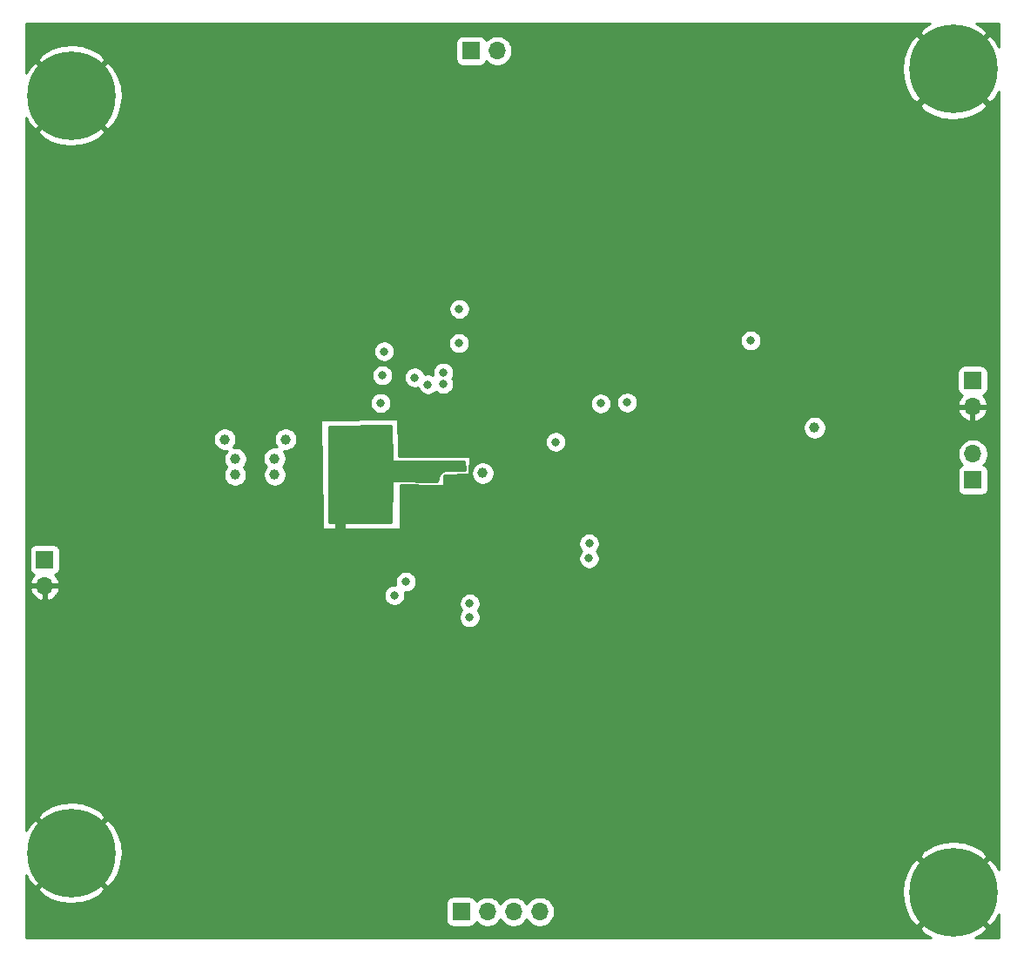
<source format=gbr>
%TF.GenerationSoftware,KiCad,Pcbnew,(5.1.7)-1*%
%TF.CreationDate,2020-10-12T20:46:30-04:00*%
%TF.ProjectId,STM32_Breakout,53544d33-325f-4427-9265-616b6f75742e,rev?*%
%TF.SameCoordinates,Original*%
%TF.FileFunction,Copper,L2,Inr*%
%TF.FilePolarity,Positive*%
%FSLAX46Y46*%
G04 Gerber Fmt 4.6, Leading zero omitted, Abs format (unit mm)*
G04 Created by KiCad (PCBNEW (5.1.7)-1) date 2020-10-12 20:46:30*
%MOMM*%
%LPD*%
G01*
G04 APERTURE LIST*
%TA.AperFunction,ComponentPad*%
%ADD10C,8.600000*%
%TD*%
%TA.AperFunction,ComponentPad*%
%ADD11C,0.900000*%
%TD*%
%TA.AperFunction,ComponentPad*%
%ADD12O,1.700000X1.700000*%
%TD*%
%TA.AperFunction,ComponentPad*%
%ADD13R,1.700000X1.700000*%
%TD*%
%TA.AperFunction,ViaPad*%
%ADD14C,1.000000*%
%TD*%
%TA.AperFunction,ViaPad*%
%ADD15C,0.800000*%
%TD*%
%TA.AperFunction,Conductor*%
%ADD16C,1.000000*%
%TD*%
%TA.AperFunction,Conductor*%
%ADD17C,0.254000*%
%TD*%
%TA.AperFunction,Conductor*%
%ADD18C,0.100000*%
%TD*%
G04 APERTURE END LIST*
D10*
%TO.N,GND*%
%TO.C,H1*%
X106110000Y-99790000D03*
D11*
X109335000Y-99790000D03*
X108390419Y-102070419D03*
X106110000Y-103015000D03*
X103829581Y-102070419D03*
X102885000Y-99790000D03*
X103829581Y-97509581D03*
X106110000Y-96565000D03*
X108390419Y-97509581D03*
%TD*%
%TO.N,GND*%
%TO.C,H2*%
X108390419Y-17469581D03*
X106110000Y-16525000D03*
X103829581Y-17469581D03*
X102885000Y-19750000D03*
X103829581Y-22030419D03*
X106110000Y-22975000D03*
X108390419Y-22030419D03*
X109335000Y-19750000D03*
D10*
X106110000Y-19750000D03*
%TD*%
%TO.N,GND*%
%TO.C,H3*%
X20380000Y-22320000D03*
D11*
X23605000Y-22320000D03*
X22660419Y-24600419D03*
X20380000Y-25545000D03*
X18099581Y-24600419D03*
X17155000Y-22320000D03*
X18099581Y-20039581D03*
X20380000Y-19095000D03*
X22660419Y-20039581D03*
%TD*%
D10*
%TO.N,GND*%
%TO.C,H4*%
X20380000Y-95980000D03*
D11*
X23605000Y-95980000D03*
X22660419Y-98260419D03*
X20380000Y-99205000D03*
X18099581Y-98260419D03*
X17155000Y-95980000D03*
X18099581Y-93699581D03*
X20380000Y-92755000D03*
X22660419Y-93699581D03*
%TD*%
D12*
%TO.N,I2C1-SDA*%
%TO.C,I2C*%
X61780000Y-17960000D03*
D13*
%TO.N,I2C1-SCL*%
X59240000Y-17960000D03*
%TD*%
%TO.N,VCC*%
%TO.C,Power*%
X17770000Y-67440000D03*
D12*
%TO.N,GND*%
X17770000Y-69980000D03*
%TD*%
%TO.N,GND*%
%TO.C,PowerTest*%
X108010000Y-52570000D03*
D13*
%TO.N,+3V3*%
X108010000Y-50030000D03*
%TD*%
%TO.N,SPI1_CS*%
%TO.C,SPI*%
X58290000Y-101680000D03*
D12*
%TO.N,SPI1_CLK*%
X60830000Y-101680000D03*
%TO.N,SPI1_MISO*%
X63370000Y-101680000D03*
%TO.N,SPI1_MOSI*%
X65910000Y-101680000D03*
%TD*%
D13*
%TO.N,USART1_Tx*%
%TO.C,UART*%
X108040000Y-59710000D03*
D12*
%TO.N,USART1_Rx*%
X108040000Y-57170000D03*
%TD*%
D14*
%TO.N,GND*%
X46530000Y-63090000D03*
X50510000Y-55140000D03*
%TO.N,+3V3*%
X40140000Y-57610000D03*
%TO.N,NRST*%
X92640000Y-54620000D03*
%TO.N,+3V3*%
X40150000Y-59200000D03*
X36300000Y-59200000D03*
X36320000Y-57660000D03*
X35290000Y-55750000D03*
X41210000Y-55750000D03*
%TO.N,GND*%
X33170000Y-62300000D03*
X33170000Y-64720000D03*
X30820000Y-64720000D03*
X30820000Y-62300000D03*
X30840000Y-60010000D03*
D15*
%TO.N,+3V3*%
X56550000Y-49260000D03*
%TO.N,GND*%
X60240000Y-48810000D03*
X60210000Y-51130000D03*
X56230000Y-53230000D03*
X53460000Y-54340000D03*
X52810000Y-43430000D03*
X70990000Y-50270000D03*
X72200000Y-55960000D03*
X74540000Y-56000000D03*
X64490000Y-70250000D03*
X66360000Y-70720000D03*
X68180000Y-68510000D03*
X76590000Y-67980000D03*
X56900000Y-66970000D03*
X56800000Y-69770000D03*
X68250000Y-69740000D03*
X54950000Y-60750000D03*
X53390000Y-60720000D03*
X34680000Y-51910000D03*
X54040000Y-53400000D03*
X85980000Y-49100000D03*
X86060000Y-50280000D03*
X85980000Y-52980000D03*
X49140000Y-53060000D03*
%TO.N,+3V3*%
X86430000Y-46140000D03*
X67470000Y-56000000D03*
X70720000Y-65870000D03*
X70710000Y-67340000D03*
X52900000Y-69600000D03*
X56540000Y-50360000D03*
X59107510Y-71717510D03*
X59100000Y-73060000D03*
X58080000Y-46400000D03*
X58100000Y-43080000D03*
X71840000Y-52270000D03*
X74420000Y-52170000D03*
X55050000Y-50410000D03*
X53760000Y-49740000D03*
X50620000Y-49540000D03*
X50790000Y-47200000D03*
X50460000Y-52210000D03*
X51790000Y-70920000D03*
D14*
%TO.N,NRST*%
X60380000Y-59040000D03*
%TD*%
D16*
%TO.N,GND*%
X46530000Y-63090000D02*
X46530000Y-65810000D01*
%TD*%
D17*
%TO.N,GND*%
X103411560Y-15589606D02*
X103298946Y-15664851D01*
X102806787Y-16267182D01*
X106110000Y-19570395D01*
X109413213Y-16267182D01*
X108921054Y-15664851D01*
X108332768Y-15340000D01*
X110550000Y-15340000D01*
X110550000Y-17592301D01*
X110270394Y-17051560D01*
X110195149Y-16938946D01*
X109592818Y-16446787D01*
X106289605Y-19750000D01*
X109592818Y-23053213D01*
X110195149Y-22561054D01*
X110550000Y-21918439D01*
X110550001Y-97632303D01*
X110270394Y-97091560D01*
X110195149Y-96978946D01*
X109592818Y-96486787D01*
X106289605Y-99790000D01*
X109592818Y-103093213D01*
X110195149Y-102601054D01*
X110550001Y-101958438D01*
X110550001Y-104230000D01*
X108267699Y-104230000D01*
X108808440Y-103950394D01*
X108921054Y-103875149D01*
X109413213Y-103272818D01*
X106110000Y-99969605D01*
X102806787Y-103272818D01*
X103298946Y-103875149D01*
X103941561Y-104230000D01*
X15940000Y-104230000D01*
X15940000Y-99462818D01*
X17076787Y-99462818D01*
X17568946Y-100065149D01*
X18419933Y-100535063D01*
X19346243Y-100829929D01*
X20312281Y-100938414D01*
X21280921Y-100856351D01*
X21372260Y-100830000D01*
X56801928Y-100830000D01*
X56801928Y-102530000D01*
X56814188Y-102654482D01*
X56850498Y-102774180D01*
X56909463Y-102884494D01*
X56988815Y-102981185D01*
X57085506Y-103060537D01*
X57195820Y-103119502D01*
X57315518Y-103155812D01*
X57440000Y-103168072D01*
X59140000Y-103168072D01*
X59264482Y-103155812D01*
X59384180Y-103119502D01*
X59494494Y-103060537D01*
X59591185Y-102981185D01*
X59670537Y-102884494D01*
X59729502Y-102774180D01*
X59751513Y-102701620D01*
X59883368Y-102833475D01*
X60126589Y-102995990D01*
X60396842Y-103107932D01*
X60683740Y-103165000D01*
X60976260Y-103165000D01*
X61263158Y-103107932D01*
X61533411Y-102995990D01*
X61776632Y-102833475D01*
X61983475Y-102626632D01*
X62100000Y-102452240D01*
X62216525Y-102626632D01*
X62423368Y-102833475D01*
X62666589Y-102995990D01*
X62936842Y-103107932D01*
X63223740Y-103165000D01*
X63516260Y-103165000D01*
X63803158Y-103107932D01*
X64073411Y-102995990D01*
X64316632Y-102833475D01*
X64523475Y-102626632D01*
X64640000Y-102452240D01*
X64756525Y-102626632D01*
X64963368Y-102833475D01*
X65206589Y-102995990D01*
X65476842Y-103107932D01*
X65763740Y-103165000D01*
X66056260Y-103165000D01*
X66343158Y-103107932D01*
X66613411Y-102995990D01*
X66856632Y-102833475D01*
X67063475Y-102626632D01*
X67225990Y-102383411D01*
X67337932Y-102113158D01*
X67395000Y-101826260D01*
X67395000Y-101533740D01*
X67337932Y-101246842D01*
X67225990Y-100976589D01*
X67063475Y-100733368D01*
X66856632Y-100526525D01*
X66613411Y-100364010D01*
X66343158Y-100252068D01*
X66056260Y-100195000D01*
X65763740Y-100195000D01*
X65476842Y-100252068D01*
X65206589Y-100364010D01*
X64963368Y-100526525D01*
X64756525Y-100733368D01*
X64640000Y-100907760D01*
X64523475Y-100733368D01*
X64316632Y-100526525D01*
X64073411Y-100364010D01*
X63803158Y-100252068D01*
X63516260Y-100195000D01*
X63223740Y-100195000D01*
X62936842Y-100252068D01*
X62666589Y-100364010D01*
X62423368Y-100526525D01*
X62216525Y-100733368D01*
X62100000Y-100907760D01*
X61983475Y-100733368D01*
X61776632Y-100526525D01*
X61533411Y-100364010D01*
X61263158Y-100252068D01*
X60976260Y-100195000D01*
X60683740Y-100195000D01*
X60396842Y-100252068D01*
X60126589Y-100364010D01*
X59883368Y-100526525D01*
X59751513Y-100658380D01*
X59729502Y-100585820D01*
X59670537Y-100475506D01*
X59591185Y-100378815D01*
X59494494Y-100299463D01*
X59384180Y-100240498D01*
X59264482Y-100204188D01*
X59140000Y-100191928D01*
X57440000Y-100191928D01*
X57315518Y-100204188D01*
X57195820Y-100240498D01*
X57085506Y-100299463D01*
X56988815Y-100378815D01*
X56909463Y-100475506D01*
X56850498Y-100585820D01*
X56814188Y-100705518D01*
X56801928Y-100830000D01*
X21372260Y-100830000D01*
X22214938Y-100586893D01*
X23078440Y-100140394D01*
X23191054Y-100065149D01*
X23471208Y-99722281D01*
X101151586Y-99722281D01*
X101233649Y-100690921D01*
X101503107Y-101624938D01*
X101949606Y-102488440D01*
X102024851Y-102601054D01*
X102627182Y-103093213D01*
X105930395Y-99790000D01*
X102627182Y-96486787D01*
X102024851Y-96978946D01*
X101554937Y-97829933D01*
X101260071Y-98756243D01*
X101151586Y-99722281D01*
X23471208Y-99722281D01*
X23683213Y-99462818D01*
X20380000Y-96159605D01*
X17076787Y-99462818D01*
X15940000Y-99462818D01*
X15940000Y-98137699D01*
X16219606Y-98678440D01*
X16294851Y-98791054D01*
X16897182Y-99283213D01*
X20200395Y-95980000D01*
X20559605Y-95980000D01*
X23862818Y-99283213D01*
X24465149Y-98791054D01*
X24935063Y-97940067D01*
X25229929Y-97013757D01*
X25309276Y-96307182D01*
X102806787Y-96307182D01*
X106110000Y-99610395D01*
X109413213Y-96307182D01*
X108921054Y-95704851D01*
X108070067Y-95234937D01*
X107143757Y-94940071D01*
X106177719Y-94831586D01*
X105209079Y-94913649D01*
X104275062Y-95183107D01*
X103411560Y-95629606D01*
X103298946Y-95704851D01*
X102806787Y-96307182D01*
X25309276Y-96307182D01*
X25338414Y-96047719D01*
X25256351Y-95079079D01*
X24986893Y-94145062D01*
X24540394Y-93281560D01*
X24465149Y-93168946D01*
X23862818Y-92676787D01*
X20559605Y-95980000D01*
X20200395Y-95980000D01*
X16897182Y-92676787D01*
X16294851Y-93168946D01*
X15940000Y-93811561D01*
X15940000Y-92497182D01*
X17076787Y-92497182D01*
X20380000Y-95800395D01*
X23683213Y-92497182D01*
X23191054Y-91894851D01*
X22340067Y-91424937D01*
X21413757Y-91130071D01*
X20447719Y-91021586D01*
X19479079Y-91103649D01*
X18545062Y-91373107D01*
X17681560Y-91819606D01*
X17568946Y-91894851D01*
X17076787Y-92497182D01*
X15940000Y-92497182D01*
X15940000Y-72958061D01*
X58065000Y-72958061D01*
X58065000Y-73161939D01*
X58104774Y-73361898D01*
X58182795Y-73550256D01*
X58296063Y-73719774D01*
X58440226Y-73863937D01*
X58609744Y-73977205D01*
X58798102Y-74055226D01*
X58998061Y-74095000D01*
X59201939Y-74095000D01*
X59401898Y-74055226D01*
X59590256Y-73977205D01*
X59759774Y-73863937D01*
X59903937Y-73719774D01*
X60017205Y-73550256D01*
X60095226Y-73361898D01*
X60135000Y-73161939D01*
X60135000Y-72958061D01*
X60095226Y-72758102D01*
X60017205Y-72569744D01*
X59903937Y-72400226D01*
X59896221Y-72392510D01*
X59911447Y-72377284D01*
X60024715Y-72207766D01*
X60102736Y-72019408D01*
X60142510Y-71819449D01*
X60142510Y-71615571D01*
X60102736Y-71415612D01*
X60024715Y-71227254D01*
X59911447Y-71057736D01*
X59767284Y-70913573D01*
X59597766Y-70800305D01*
X59409408Y-70722284D01*
X59209449Y-70682510D01*
X59005571Y-70682510D01*
X58805612Y-70722284D01*
X58617254Y-70800305D01*
X58447736Y-70913573D01*
X58303573Y-71057736D01*
X58190305Y-71227254D01*
X58112284Y-71415612D01*
X58072510Y-71615571D01*
X58072510Y-71819449D01*
X58112284Y-72019408D01*
X58190305Y-72207766D01*
X58303573Y-72377284D01*
X58311289Y-72385000D01*
X58296063Y-72400226D01*
X58182795Y-72569744D01*
X58104774Y-72758102D01*
X58065000Y-72958061D01*
X15940000Y-72958061D01*
X15940000Y-70336890D01*
X16328524Y-70336890D01*
X16373175Y-70484099D01*
X16498359Y-70746920D01*
X16672412Y-70980269D01*
X16888645Y-71175178D01*
X17138748Y-71324157D01*
X17413109Y-71421481D01*
X17643000Y-71300814D01*
X17643000Y-70107000D01*
X17897000Y-70107000D01*
X17897000Y-71300814D01*
X18126891Y-71421481D01*
X18401252Y-71324157D01*
X18651355Y-71175178D01*
X18867588Y-70980269D01*
X18988577Y-70818061D01*
X50755000Y-70818061D01*
X50755000Y-71021939D01*
X50794774Y-71221898D01*
X50872795Y-71410256D01*
X50986063Y-71579774D01*
X51130226Y-71723937D01*
X51299744Y-71837205D01*
X51488102Y-71915226D01*
X51688061Y-71955000D01*
X51891939Y-71955000D01*
X52091898Y-71915226D01*
X52280256Y-71837205D01*
X52449774Y-71723937D01*
X52593937Y-71579774D01*
X52707205Y-71410256D01*
X52785226Y-71221898D01*
X52825000Y-71021939D01*
X52825000Y-70818061D01*
X52788197Y-70633038D01*
X52798061Y-70635000D01*
X53001939Y-70635000D01*
X53201898Y-70595226D01*
X53390256Y-70517205D01*
X53559774Y-70403937D01*
X53703937Y-70259774D01*
X53817205Y-70090256D01*
X53895226Y-69901898D01*
X53935000Y-69701939D01*
X53935000Y-69498061D01*
X53895226Y-69298102D01*
X53817205Y-69109744D01*
X53703937Y-68940226D01*
X53559774Y-68796063D01*
X53390256Y-68682795D01*
X53201898Y-68604774D01*
X53001939Y-68565000D01*
X52798061Y-68565000D01*
X52598102Y-68604774D01*
X52409744Y-68682795D01*
X52240226Y-68796063D01*
X52096063Y-68940226D01*
X51982795Y-69109744D01*
X51904774Y-69298102D01*
X51865000Y-69498061D01*
X51865000Y-69701939D01*
X51901803Y-69886962D01*
X51891939Y-69885000D01*
X51688061Y-69885000D01*
X51488102Y-69924774D01*
X51299744Y-70002795D01*
X51130226Y-70116063D01*
X50986063Y-70260226D01*
X50872795Y-70429744D01*
X50794774Y-70618102D01*
X50755000Y-70818061D01*
X18988577Y-70818061D01*
X19041641Y-70746920D01*
X19166825Y-70484099D01*
X19211476Y-70336890D01*
X19090155Y-70107000D01*
X17897000Y-70107000D01*
X17643000Y-70107000D01*
X16449845Y-70107000D01*
X16328524Y-70336890D01*
X15940000Y-70336890D01*
X15940000Y-66590000D01*
X16281928Y-66590000D01*
X16281928Y-68290000D01*
X16294188Y-68414482D01*
X16330498Y-68534180D01*
X16389463Y-68644494D01*
X16468815Y-68741185D01*
X16565506Y-68820537D01*
X16675820Y-68879502D01*
X16756466Y-68903966D01*
X16672412Y-68979731D01*
X16498359Y-69213080D01*
X16373175Y-69475901D01*
X16328524Y-69623110D01*
X16449845Y-69853000D01*
X17643000Y-69853000D01*
X17643000Y-69833000D01*
X17897000Y-69833000D01*
X17897000Y-69853000D01*
X19090155Y-69853000D01*
X19211476Y-69623110D01*
X19166825Y-69475901D01*
X19041641Y-69213080D01*
X18867588Y-68979731D01*
X18783534Y-68903966D01*
X18864180Y-68879502D01*
X18974494Y-68820537D01*
X19071185Y-68741185D01*
X19150537Y-68644494D01*
X19209502Y-68534180D01*
X19245812Y-68414482D01*
X19258072Y-68290000D01*
X19258072Y-67238061D01*
X69675000Y-67238061D01*
X69675000Y-67441939D01*
X69714774Y-67641898D01*
X69792795Y-67830256D01*
X69906063Y-67999774D01*
X70050226Y-68143937D01*
X70219744Y-68257205D01*
X70408102Y-68335226D01*
X70608061Y-68375000D01*
X70811939Y-68375000D01*
X71011898Y-68335226D01*
X71200256Y-68257205D01*
X71369774Y-68143937D01*
X71513937Y-67999774D01*
X71627205Y-67830256D01*
X71705226Y-67641898D01*
X71745000Y-67441939D01*
X71745000Y-67238061D01*
X71705226Y-67038102D01*
X71627205Y-66849744D01*
X71513937Y-66680226D01*
X71443711Y-66610000D01*
X71523937Y-66529774D01*
X71637205Y-66360256D01*
X71715226Y-66171898D01*
X71755000Y-65971939D01*
X71755000Y-65768061D01*
X71715226Y-65568102D01*
X71637205Y-65379744D01*
X71523937Y-65210226D01*
X71379774Y-65066063D01*
X71210256Y-64952795D01*
X71021898Y-64874774D01*
X70821939Y-64835000D01*
X70618061Y-64835000D01*
X70418102Y-64874774D01*
X70229744Y-64952795D01*
X70060226Y-65066063D01*
X69916063Y-65210226D01*
X69802795Y-65379744D01*
X69724774Y-65568102D01*
X69685000Y-65768061D01*
X69685000Y-65971939D01*
X69724774Y-66171898D01*
X69802795Y-66360256D01*
X69916063Y-66529774D01*
X69986289Y-66600000D01*
X69906063Y-66680226D01*
X69792795Y-66849744D01*
X69714774Y-67038102D01*
X69675000Y-67238061D01*
X19258072Y-67238061D01*
X19258072Y-66590000D01*
X19245812Y-66465518D01*
X19209502Y-66345820D01*
X19150537Y-66235506D01*
X19071185Y-66138815D01*
X18974494Y-66059463D01*
X18864180Y-66000498D01*
X18744482Y-65964188D01*
X18620000Y-65951928D01*
X16920000Y-65951928D01*
X16795518Y-65964188D01*
X16675820Y-66000498D01*
X16565506Y-66059463D01*
X16468815Y-66138815D01*
X16389463Y-66235506D01*
X16330498Y-66345820D01*
X16294188Y-66465518D01*
X16281928Y-66590000D01*
X15940000Y-66590000D01*
X15940000Y-55638212D01*
X34155000Y-55638212D01*
X34155000Y-55861788D01*
X34198617Y-56081067D01*
X34284176Y-56287624D01*
X34408388Y-56473520D01*
X34566480Y-56631612D01*
X34752376Y-56755824D01*
X34958933Y-56841383D01*
X35178212Y-56885000D01*
X35401788Y-56885000D01*
X35511738Y-56863130D01*
X35438388Y-56936480D01*
X35314176Y-57122376D01*
X35228617Y-57328933D01*
X35185000Y-57548212D01*
X35185000Y-57771788D01*
X35228617Y-57991067D01*
X35314176Y-58197624D01*
X35438388Y-58383520D01*
X35474868Y-58420000D01*
X35418388Y-58476480D01*
X35294176Y-58662376D01*
X35208617Y-58868933D01*
X35165000Y-59088212D01*
X35165000Y-59311788D01*
X35208617Y-59531067D01*
X35294176Y-59737624D01*
X35418388Y-59923520D01*
X35576480Y-60081612D01*
X35762376Y-60205824D01*
X35968933Y-60291383D01*
X36188212Y-60335000D01*
X36411788Y-60335000D01*
X36631067Y-60291383D01*
X36837624Y-60205824D01*
X37023520Y-60081612D01*
X37181612Y-59923520D01*
X37305824Y-59737624D01*
X37391383Y-59531067D01*
X37435000Y-59311788D01*
X37435000Y-59088212D01*
X37391383Y-58868933D01*
X37305824Y-58662376D01*
X37181612Y-58476480D01*
X37145132Y-58440000D01*
X37201612Y-58383520D01*
X37325824Y-58197624D01*
X37411383Y-57991067D01*
X37455000Y-57771788D01*
X37455000Y-57548212D01*
X37445055Y-57498212D01*
X39005000Y-57498212D01*
X39005000Y-57721788D01*
X39048617Y-57941067D01*
X39134176Y-58147624D01*
X39258388Y-58333520D01*
X39334868Y-58410000D01*
X39268388Y-58476480D01*
X39144176Y-58662376D01*
X39058617Y-58868933D01*
X39015000Y-59088212D01*
X39015000Y-59311788D01*
X39058617Y-59531067D01*
X39144176Y-59737624D01*
X39268388Y-59923520D01*
X39426480Y-60081612D01*
X39612376Y-60205824D01*
X39818933Y-60291383D01*
X40038212Y-60335000D01*
X40261788Y-60335000D01*
X40481067Y-60291383D01*
X40687624Y-60205824D01*
X40873520Y-60081612D01*
X41031612Y-59923520D01*
X41155824Y-59737624D01*
X41241383Y-59531067D01*
X41285000Y-59311788D01*
X41285000Y-59088212D01*
X41241383Y-58868933D01*
X41155824Y-58662376D01*
X41031612Y-58476480D01*
X40955132Y-58400000D01*
X41021612Y-58333520D01*
X41145824Y-58147624D01*
X41231383Y-57941067D01*
X41275000Y-57721788D01*
X41275000Y-57498212D01*
X41231383Y-57278933D01*
X41145824Y-57072376D01*
X41021612Y-56886480D01*
X41000745Y-56865613D01*
X41098212Y-56885000D01*
X41321788Y-56885000D01*
X41541067Y-56841383D01*
X41747624Y-56755824D01*
X41933520Y-56631612D01*
X42091612Y-56473520D01*
X42215824Y-56287624D01*
X42301383Y-56081067D01*
X42345000Y-55861788D01*
X42345000Y-55638212D01*
X42301383Y-55418933D01*
X42215824Y-55212376D01*
X42091612Y-55026480D01*
X41933520Y-54868388D01*
X41747624Y-54744176D01*
X41541067Y-54658617D01*
X41321788Y-54615000D01*
X41098212Y-54615000D01*
X40878933Y-54658617D01*
X40672376Y-54744176D01*
X40486480Y-54868388D01*
X40328388Y-55026480D01*
X40204176Y-55212376D01*
X40118617Y-55418933D01*
X40075000Y-55638212D01*
X40075000Y-55861788D01*
X40118617Y-56081067D01*
X40204176Y-56287624D01*
X40328388Y-56473520D01*
X40349255Y-56494387D01*
X40251788Y-56475000D01*
X40028212Y-56475000D01*
X39808933Y-56518617D01*
X39602376Y-56604176D01*
X39416480Y-56728388D01*
X39258388Y-56886480D01*
X39134176Y-57072376D01*
X39048617Y-57278933D01*
X39005000Y-57498212D01*
X37445055Y-57498212D01*
X37411383Y-57328933D01*
X37325824Y-57122376D01*
X37201612Y-56936480D01*
X37043520Y-56778388D01*
X36857624Y-56654176D01*
X36651067Y-56568617D01*
X36431788Y-56525000D01*
X36208212Y-56525000D01*
X36098262Y-56546870D01*
X36171612Y-56473520D01*
X36295824Y-56287624D01*
X36381383Y-56081067D01*
X36425000Y-55861788D01*
X36425000Y-55638212D01*
X36381383Y-55418933D01*
X36295824Y-55212376D01*
X36171612Y-55026480D01*
X36013520Y-54868388D01*
X35827624Y-54744176D01*
X35621067Y-54658617D01*
X35401788Y-54615000D01*
X35178212Y-54615000D01*
X34958933Y-54658617D01*
X34752376Y-54744176D01*
X34566480Y-54868388D01*
X34408388Y-55026480D01*
X34284176Y-55212376D01*
X34198617Y-55418933D01*
X34155000Y-55638212D01*
X15940000Y-55638212D01*
X15940000Y-53961751D01*
X44633012Y-53961751D01*
X44762981Y-63389537D01*
X44743028Y-64337327D01*
X44744946Y-64362149D01*
X44751670Y-64386120D01*
X44762942Y-64408319D01*
X44778327Y-64427893D01*
X44797236Y-64444088D01*
X44818940Y-64456284D01*
X44842607Y-64464011D01*
X44869486Y-64466999D01*
X52279486Y-64496999D01*
X52304272Y-64494659D01*
X52328125Y-64487529D01*
X52350129Y-64475881D01*
X52369438Y-64460165D01*
X52385310Y-64440984D01*
X52397135Y-64419075D01*
X52404458Y-64395281D01*
X52406999Y-64369407D01*
X52387600Y-60218042D01*
X55948968Y-60246996D01*
X55950000Y-60247000D01*
X56530000Y-60247000D01*
X56554776Y-60244560D01*
X56578601Y-60237333D01*
X56600557Y-60225597D01*
X56619803Y-60209803D01*
X56635597Y-60190557D01*
X56647333Y-60168601D01*
X56654560Y-60144776D01*
X56656998Y-60120623D01*
X56661384Y-59225959D01*
X58953551Y-59206996D01*
X58978306Y-59204350D01*
X59002070Y-59196927D01*
X59023929Y-59185009D01*
X59043042Y-59169057D01*
X59058677Y-59149681D01*
X59070231Y-59127628D01*
X59077260Y-59103745D01*
X59079259Y-59087820D01*
X59089104Y-58928212D01*
X59245000Y-58928212D01*
X59245000Y-59151788D01*
X59288617Y-59371067D01*
X59374176Y-59577624D01*
X59498388Y-59763520D01*
X59656480Y-59921612D01*
X59842376Y-60045824D01*
X60048933Y-60131383D01*
X60268212Y-60175000D01*
X60491788Y-60175000D01*
X60711067Y-60131383D01*
X60917624Y-60045824D01*
X61103520Y-59921612D01*
X61261612Y-59763520D01*
X61385824Y-59577624D01*
X61471383Y-59371067D01*
X61515000Y-59151788D01*
X61515000Y-58928212D01*
X61501432Y-58860000D01*
X106551928Y-58860000D01*
X106551928Y-60560000D01*
X106564188Y-60684482D01*
X106600498Y-60804180D01*
X106659463Y-60914494D01*
X106738815Y-61011185D01*
X106835506Y-61090537D01*
X106945820Y-61149502D01*
X107065518Y-61185812D01*
X107190000Y-61198072D01*
X108890000Y-61198072D01*
X109014482Y-61185812D01*
X109134180Y-61149502D01*
X109244494Y-61090537D01*
X109341185Y-61011185D01*
X109420537Y-60914494D01*
X109479502Y-60804180D01*
X109515812Y-60684482D01*
X109528072Y-60560000D01*
X109528072Y-58860000D01*
X109515812Y-58735518D01*
X109479502Y-58615820D01*
X109420537Y-58505506D01*
X109341185Y-58408815D01*
X109244494Y-58329463D01*
X109134180Y-58270498D01*
X109061620Y-58248487D01*
X109193475Y-58116632D01*
X109355990Y-57873411D01*
X109467932Y-57603158D01*
X109525000Y-57316260D01*
X109525000Y-57023740D01*
X109467932Y-56736842D01*
X109355990Y-56466589D01*
X109193475Y-56223368D01*
X108986632Y-56016525D01*
X108743411Y-55854010D01*
X108473158Y-55742068D01*
X108186260Y-55685000D01*
X107893740Y-55685000D01*
X107606842Y-55742068D01*
X107336589Y-55854010D01*
X107093368Y-56016525D01*
X106886525Y-56223368D01*
X106724010Y-56466589D01*
X106612068Y-56736842D01*
X106555000Y-57023740D01*
X106555000Y-57316260D01*
X106612068Y-57603158D01*
X106724010Y-57873411D01*
X106886525Y-58116632D01*
X107018380Y-58248487D01*
X106945820Y-58270498D01*
X106835506Y-58329463D01*
X106738815Y-58408815D01*
X106659463Y-58505506D01*
X106600498Y-58615820D01*
X106564188Y-58735518D01*
X106551928Y-58860000D01*
X61501432Y-58860000D01*
X61471383Y-58708933D01*
X61385824Y-58502376D01*
X61261612Y-58316480D01*
X61103520Y-58158388D01*
X60917624Y-58034176D01*
X60711067Y-57948617D01*
X60491788Y-57905000D01*
X60268212Y-57905000D01*
X60048933Y-57948617D01*
X59842376Y-58034176D01*
X59656480Y-58158388D01*
X59498388Y-58316480D01*
X59374176Y-58502376D01*
X59288617Y-58708933D01*
X59245000Y-58928212D01*
X59089104Y-58928212D01*
X59174259Y-57547820D01*
X59173349Y-57522940D01*
X59167602Y-57498716D01*
X59157241Y-57476078D01*
X59142661Y-57455897D01*
X59124425Y-57438948D01*
X59103233Y-57425882D01*
X59079899Y-57417202D01*
X59047867Y-57413001D01*
X52242860Y-57393355D01*
X52193156Y-55898061D01*
X66435000Y-55898061D01*
X66435000Y-56101939D01*
X66474774Y-56301898D01*
X66552795Y-56490256D01*
X66666063Y-56659774D01*
X66810226Y-56803937D01*
X66979744Y-56917205D01*
X67168102Y-56995226D01*
X67368061Y-57035000D01*
X67571939Y-57035000D01*
X67771898Y-56995226D01*
X67960256Y-56917205D01*
X68129774Y-56803937D01*
X68273937Y-56659774D01*
X68387205Y-56490256D01*
X68465226Y-56301898D01*
X68505000Y-56101939D01*
X68505000Y-55898061D01*
X68465226Y-55698102D01*
X68387205Y-55509744D01*
X68273937Y-55340226D01*
X68129774Y-55196063D01*
X67960256Y-55082795D01*
X67771898Y-55004774D01*
X67571939Y-54965000D01*
X67368061Y-54965000D01*
X67168102Y-55004774D01*
X66979744Y-55082795D01*
X66810226Y-55196063D01*
X66666063Y-55340226D01*
X66552795Y-55509744D01*
X66474774Y-55698102D01*
X66435000Y-55898061D01*
X52193156Y-55898061D01*
X52146956Y-54508212D01*
X91505000Y-54508212D01*
X91505000Y-54731788D01*
X91548617Y-54951067D01*
X91634176Y-55157624D01*
X91758388Y-55343520D01*
X91916480Y-55501612D01*
X92102376Y-55625824D01*
X92308933Y-55711383D01*
X92528212Y-55755000D01*
X92751788Y-55755000D01*
X92971067Y-55711383D01*
X93177624Y-55625824D01*
X93363520Y-55501612D01*
X93521612Y-55343520D01*
X93645824Y-55157624D01*
X93731383Y-54951067D01*
X93775000Y-54731788D01*
X93775000Y-54508212D01*
X93731383Y-54288933D01*
X93645824Y-54082376D01*
X93521612Y-53896480D01*
X93363520Y-53738388D01*
X93177624Y-53614176D01*
X92971067Y-53528617D01*
X92751788Y-53485000D01*
X92528212Y-53485000D01*
X92308933Y-53528617D01*
X92102376Y-53614176D01*
X91916480Y-53738388D01*
X91758388Y-53896480D01*
X91634176Y-54082376D01*
X91548617Y-54288933D01*
X91505000Y-54508212D01*
X52146956Y-54508212D01*
X52126930Y-53905781D01*
X52123668Y-53881099D01*
X52115653Y-53857528D01*
X52103194Y-53835973D01*
X52086770Y-53817264D01*
X52067010Y-53802118D01*
X52044676Y-53791117D01*
X52020625Y-53784686D01*
X51999123Y-53783003D01*
X44759123Y-53833003D01*
X44734364Y-53835614D01*
X44710590Y-53843006D01*
X44688715Y-53854893D01*
X44669579Y-53870820D01*
X44653919Y-53890174D01*
X44642334Y-53912211D01*
X44635272Y-53936084D01*
X44633012Y-53961751D01*
X15940000Y-53961751D01*
X15940000Y-52108061D01*
X49425000Y-52108061D01*
X49425000Y-52311939D01*
X49464774Y-52511898D01*
X49542795Y-52700256D01*
X49656063Y-52869774D01*
X49800226Y-53013937D01*
X49969744Y-53127205D01*
X50158102Y-53205226D01*
X50358061Y-53245000D01*
X50561939Y-53245000D01*
X50761898Y-53205226D01*
X50950256Y-53127205D01*
X51119774Y-53013937D01*
X51263937Y-52869774D01*
X51377205Y-52700256D01*
X51455226Y-52511898D01*
X51495000Y-52311939D01*
X51495000Y-52168061D01*
X70805000Y-52168061D01*
X70805000Y-52371939D01*
X70844774Y-52571898D01*
X70922795Y-52760256D01*
X71036063Y-52929774D01*
X71180226Y-53073937D01*
X71349744Y-53187205D01*
X71538102Y-53265226D01*
X71738061Y-53305000D01*
X71941939Y-53305000D01*
X72141898Y-53265226D01*
X72330256Y-53187205D01*
X72499774Y-53073937D01*
X72643937Y-52929774D01*
X72757205Y-52760256D01*
X72835226Y-52571898D01*
X72875000Y-52371939D01*
X72875000Y-52168061D01*
X72855109Y-52068061D01*
X73385000Y-52068061D01*
X73385000Y-52271939D01*
X73424774Y-52471898D01*
X73502795Y-52660256D01*
X73616063Y-52829774D01*
X73760226Y-52973937D01*
X73929744Y-53087205D01*
X74118102Y-53165226D01*
X74318061Y-53205000D01*
X74521939Y-53205000D01*
X74721898Y-53165226D01*
X74910256Y-53087205D01*
X75079774Y-52973937D01*
X75126821Y-52926890D01*
X106568524Y-52926890D01*
X106613175Y-53074099D01*
X106738359Y-53336920D01*
X106912412Y-53570269D01*
X107128645Y-53765178D01*
X107378748Y-53914157D01*
X107653109Y-54011481D01*
X107883000Y-53890814D01*
X107883000Y-52697000D01*
X108137000Y-52697000D01*
X108137000Y-53890814D01*
X108366891Y-54011481D01*
X108641252Y-53914157D01*
X108891355Y-53765178D01*
X109107588Y-53570269D01*
X109281641Y-53336920D01*
X109406825Y-53074099D01*
X109451476Y-52926890D01*
X109330155Y-52697000D01*
X108137000Y-52697000D01*
X107883000Y-52697000D01*
X106689845Y-52697000D01*
X106568524Y-52926890D01*
X75126821Y-52926890D01*
X75223937Y-52829774D01*
X75337205Y-52660256D01*
X75415226Y-52471898D01*
X75455000Y-52271939D01*
X75455000Y-52068061D01*
X75415226Y-51868102D01*
X75337205Y-51679744D01*
X75223937Y-51510226D01*
X75079774Y-51366063D01*
X74910256Y-51252795D01*
X74721898Y-51174774D01*
X74521939Y-51135000D01*
X74318061Y-51135000D01*
X74118102Y-51174774D01*
X73929744Y-51252795D01*
X73760226Y-51366063D01*
X73616063Y-51510226D01*
X73502795Y-51679744D01*
X73424774Y-51868102D01*
X73385000Y-52068061D01*
X72855109Y-52068061D01*
X72835226Y-51968102D01*
X72757205Y-51779744D01*
X72643937Y-51610226D01*
X72499774Y-51466063D01*
X72330256Y-51352795D01*
X72141898Y-51274774D01*
X71941939Y-51235000D01*
X71738061Y-51235000D01*
X71538102Y-51274774D01*
X71349744Y-51352795D01*
X71180226Y-51466063D01*
X71036063Y-51610226D01*
X70922795Y-51779744D01*
X70844774Y-51968102D01*
X70805000Y-52168061D01*
X51495000Y-52168061D01*
X51495000Y-52108061D01*
X51455226Y-51908102D01*
X51377205Y-51719744D01*
X51263937Y-51550226D01*
X51119774Y-51406063D01*
X50950256Y-51292795D01*
X50761898Y-51214774D01*
X50561939Y-51175000D01*
X50358061Y-51175000D01*
X50158102Y-51214774D01*
X49969744Y-51292795D01*
X49800226Y-51406063D01*
X49656063Y-51550226D01*
X49542795Y-51719744D01*
X49464774Y-51908102D01*
X49425000Y-52108061D01*
X15940000Y-52108061D01*
X15940000Y-49438061D01*
X49585000Y-49438061D01*
X49585000Y-49641939D01*
X49624774Y-49841898D01*
X49702795Y-50030256D01*
X49816063Y-50199774D01*
X49960226Y-50343937D01*
X50129744Y-50457205D01*
X50318102Y-50535226D01*
X50518061Y-50575000D01*
X50721939Y-50575000D01*
X50921898Y-50535226D01*
X51110256Y-50457205D01*
X51279774Y-50343937D01*
X51423937Y-50199774D01*
X51537205Y-50030256D01*
X51615226Y-49841898D01*
X51655000Y-49641939D01*
X51655000Y-49638061D01*
X52725000Y-49638061D01*
X52725000Y-49841939D01*
X52764774Y-50041898D01*
X52842795Y-50230256D01*
X52956063Y-50399774D01*
X53100226Y-50543937D01*
X53269744Y-50657205D01*
X53458102Y-50735226D01*
X53658061Y-50775000D01*
X53861939Y-50775000D01*
X54061898Y-50735226D01*
X54064065Y-50734328D01*
X54132795Y-50900256D01*
X54246063Y-51069774D01*
X54390226Y-51213937D01*
X54559744Y-51327205D01*
X54748102Y-51405226D01*
X54948061Y-51445000D01*
X55151939Y-51445000D01*
X55351898Y-51405226D01*
X55540256Y-51327205D01*
X55709774Y-51213937D01*
X55820000Y-51103711D01*
X55880226Y-51163937D01*
X56049744Y-51277205D01*
X56238102Y-51355226D01*
X56438061Y-51395000D01*
X56641939Y-51395000D01*
X56841898Y-51355226D01*
X57030256Y-51277205D01*
X57199774Y-51163937D01*
X57343937Y-51019774D01*
X57457205Y-50850256D01*
X57535226Y-50661898D01*
X57575000Y-50461939D01*
X57575000Y-50258061D01*
X57535226Y-50058102D01*
X57457205Y-49869744D01*
X57422285Y-49817483D01*
X57467205Y-49750256D01*
X57545226Y-49561898D01*
X57585000Y-49361939D01*
X57585000Y-49180000D01*
X106521928Y-49180000D01*
X106521928Y-50880000D01*
X106534188Y-51004482D01*
X106570498Y-51124180D01*
X106629463Y-51234494D01*
X106708815Y-51331185D01*
X106805506Y-51410537D01*
X106915820Y-51469502D01*
X106996466Y-51493966D01*
X106912412Y-51569731D01*
X106738359Y-51803080D01*
X106613175Y-52065901D01*
X106568524Y-52213110D01*
X106689845Y-52443000D01*
X107883000Y-52443000D01*
X107883000Y-52423000D01*
X108137000Y-52423000D01*
X108137000Y-52443000D01*
X109330155Y-52443000D01*
X109451476Y-52213110D01*
X109406825Y-52065901D01*
X109281641Y-51803080D01*
X109107588Y-51569731D01*
X109023534Y-51493966D01*
X109104180Y-51469502D01*
X109214494Y-51410537D01*
X109311185Y-51331185D01*
X109390537Y-51234494D01*
X109449502Y-51124180D01*
X109485812Y-51004482D01*
X109498072Y-50880000D01*
X109498072Y-49180000D01*
X109485812Y-49055518D01*
X109449502Y-48935820D01*
X109390537Y-48825506D01*
X109311185Y-48728815D01*
X109214494Y-48649463D01*
X109104180Y-48590498D01*
X108984482Y-48554188D01*
X108860000Y-48541928D01*
X107160000Y-48541928D01*
X107035518Y-48554188D01*
X106915820Y-48590498D01*
X106805506Y-48649463D01*
X106708815Y-48728815D01*
X106629463Y-48825506D01*
X106570498Y-48935820D01*
X106534188Y-49055518D01*
X106521928Y-49180000D01*
X57585000Y-49180000D01*
X57585000Y-49158061D01*
X57545226Y-48958102D01*
X57467205Y-48769744D01*
X57353937Y-48600226D01*
X57209774Y-48456063D01*
X57040256Y-48342795D01*
X56851898Y-48264774D01*
X56651939Y-48225000D01*
X56448061Y-48225000D01*
X56248102Y-48264774D01*
X56059744Y-48342795D01*
X55890226Y-48456063D01*
X55746063Y-48600226D01*
X55632795Y-48769744D01*
X55554774Y-48958102D01*
X55515000Y-49158061D01*
X55515000Y-49361939D01*
X55541147Y-49493390D01*
X55540256Y-49492795D01*
X55351898Y-49414774D01*
X55151939Y-49375000D01*
X54948061Y-49375000D01*
X54748102Y-49414774D01*
X54745935Y-49415672D01*
X54677205Y-49249744D01*
X54563937Y-49080226D01*
X54419774Y-48936063D01*
X54250256Y-48822795D01*
X54061898Y-48744774D01*
X53861939Y-48705000D01*
X53658061Y-48705000D01*
X53458102Y-48744774D01*
X53269744Y-48822795D01*
X53100226Y-48936063D01*
X52956063Y-49080226D01*
X52842795Y-49249744D01*
X52764774Y-49438102D01*
X52725000Y-49638061D01*
X51655000Y-49638061D01*
X51655000Y-49438061D01*
X51615226Y-49238102D01*
X51537205Y-49049744D01*
X51423937Y-48880226D01*
X51279774Y-48736063D01*
X51110256Y-48622795D01*
X50921898Y-48544774D01*
X50721939Y-48505000D01*
X50518061Y-48505000D01*
X50318102Y-48544774D01*
X50129744Y-48622795D01*
X49960226Y-48736063D01*
X49816063Y-48880226D01*
X49702795Y-49049744D01*
X49624774Y-49238102D01*
X49585000Y-49438061D01*
X15940000Y-49438061D01*
X15940000Y-47098061D01*
X49755000Y-47098061D01*
X49755000Y-47301939D01*
X49794774Y-47501898D01*
X49872795Y-47690256D01*
X49986063Y-47859774D01*
X50130226Y-48003937D01*
X50299744Y-48117205D01*
X50488102Y-48195226D01*
X50688061Y-48235000D01*
X50891939Y-48235000D01*
X51091898Y-48195226D01*
X51280256Y-48117205D01*
X51449774Y-48003937D01*
X51593937Y-47859774D01*
X51707205Y-47690256D01*
X51785226Y-47501898D01*
X51825000Y-47301939D01*
X51825000Y-47098061D01*
X51785226Y-46898102D01*
X51707205Y-46709744D01*
X51593937Y-46540226D01*
X51449774Y-46396063D01*
X51303104Y-46298061D01*
X57045000Y-46298061D01*
X57045000Y-46501939D01*
X57084774Y-46701898D01*
X57162795Y-46890256D01*
X57276063Y-47059774D01*
X57420226Y-47203937D01*
X57589744Y-47317205D01*
X57778102Y-47395226D01*
X57978061Y-47435000D01*
X58181939Y-47435000D01*
X58381898Y-47395226D01*
X58570256Y-47317205D01*
X58739774Y-47203937D01*
X58883937Y-47059774D01*
X58997205Y-46890256D01*
X59075226Y-46701898D01*
X59115000Y-46501939D01*
X59115000Y-46298061D01*
X59075226Y-46098102D01*
X59050357Y-46038061D01*
X85395000Y-46038061D01*
X85395000Y-46241939D01*
X85434774Y-46441898D01*
X85512795Y-46630256D01*
X85626063Y-46799774D01*
X85770226Y-46943937D01*
X85939744Y-47057205D01*
X86128102Y-47135226D01*
X86328061Y-47175000D01*
X86531939Y-47175000D01*
X86731898Y-47135226D01*
X86920256Y-47057205D01*
X87089774Y-46943937D01*
X87233937Y-46799774D01*
X87347205Y-46630256D01*
X87425226Y-46441898D01*
X87465000Y-46241939D01*
X87465000Y-46038061D01*
X87425226Y-45838102D01*
X87347205Y-45649744D01*
X87233937Y-45480226D01*
X87089774Y-45336063D01*
X86920256Y-45222795D01*
X86731898Y-45144774D01*
X86531939Y-45105000D01*
X86328061Y-45105000D01*
X86128102Y-45144774D01*
X85939744Y-45222795D01*
X85770226Y-45336063D01*
X85626063Y-45480226D01*
X85512795Y-45649744D01*
X85434774Y-45838102D01*
X85395000Y-46038061D01*
X59050357Y-46038061D01*
X58997205Y-45909744D01*
X58883937Y-45740226D01*
X58739774Y-45596063D01*
X58570256Y-45482795D01*
X58381898Y-45404774D01*
X58181939Y-45365000D01*
X57978061Y-45365000D01*
X57778102Y-45404774D01*
X57589744Y-45482795D01*
X57420226Y-45596063D01*
X57276063Y-45740226D01*
X57162795Y-45909744D01*
X57084774Y-46098102D01*
X57045000Y-46298061D01*
X51303104Y-46298061D01*
X51280256Y-46282795D01*
X51091898Y-46204774D01*
X50891939Y-46165000D01*
X50688061Y-46165000D01*
X50488102Y-46204774D01*
X50299744Y-46282795D01*
X50130226Y-46396063D01*
X49986063Y-46540226D01*
X49872795Y-46709744D01*
X49794774Y-46898102D01*
X49755000Y-47098061D01*
X15940000Y-47098061D01*
X15940000Y-42978061D01*
X57065000Y-42978061D01*
X57065000Y-43181939D01*
X57104774Y-43381898D01*
X57182795Y-43570256D01*
X57296063Y-43739774D01*
X57440226Y-43883937D01*
X57609744Y-43997205D01*
X57798102Y-44075226D01*
X57998061Y-44115000D01*
X58201939Y-44115000D01*
X58401898Y-44075226D01*
X58590256Y-43997205D01*
X58759774Y-43883937D01*
X58903937Y-43739774D01*
X59017205Y-43570256D01*
X59095226Y-43381898D01*
X59135000Y-43181939D01*
X59135000Y-42978061D01*
X59095226Y-42778102D01*
X59017205Y-42589744D01*
X58903937Y-42420226D01*
X58759774Y-42276063D01*
X58590256Y-42162795D01*
X58401898Y-42084774D01*
X58201939Y-42045000D01*
X57998061Y-42045000D01*
X57798102Y-42084774D01*
X57609744Y-42162795D01*
X57440226Y-42276063D01*
X57296063Y-42420226D01*
X57182795Y-42589744D01*
X57104774Y-42778102D01*
X57065000Y-42978061D01*
X15940000Y-42978061D01*
X15940000Y-25802818D01*
X17076787Y-25802818D01*
X17568946Y-26405149D01*
X18419933Y-26875063D01*
X19346243Y-27169929D01*
X20312281Y-27278414D01*
X21280921Y-27196351D01*
X22214938Y-26926893D01*
X23078440Y-26480394D01*
X23191054Y-26405149D01*
X23683213Y-25802818D01*
X20380000Y-22499605D01*
X17076787Y-25802818D01*
X15940000Y-25802818D01*
X15940000Y-24477699D01*
X16219606Y-25018440D01*
X16294851Y-25131054D01*
X16897182Y-25623213D01*
X20200395Y-22320000D01*
X20559605Y-22320000D01*
X23862818Y-25623213D01*
X24465149Y-25131054D01*
X24935063Y-24280067D01*
X25229929Y-23353757D01*
X25243510Y-23232818D01*
X102806787Y-23232818D01*
X103298946Y-23835149D01*
X104149933Y-24305063D01*
X105076243Y-24599929D01*
X106042281Y-24708414D01*
X107010921Y-24626351D01*
X107944938Y-24356893D01*
X108808440Y-23910394D01*
X108921054Y-23835149D01*
X109413213Y-23232818D01*
X106110000Y-19929605D01*
X102806787Y-23232818D01*
X25243510Y-23232818D01*
X25338414Y-22387719D01*
X25256351Y-21419079D01*
X24986893Y-20485062D01*
X24571792Y-19682281D01*
X101151586Y-19682281D01*
X101233649Y-20650921D01*
X101503107Y-21584938D01*
X101949606Y-22448440D01*
X102024851Y-22561054D01*
X102627182Y-23053213D01*
X105930395Y-19750000D01*
X102627182Y-16446787D01*
X102024851Y-16938946D01*
X101554937Y-17789933D01*
X101260071Y-18716243D01*
X101151586Y-19682281D01*
X24571792Y-19682281D01*
X24540394Y-19621560D01*
X24465149Y-19508946D01*
X23862818Y-19016787D01*
X20559605Y-22320000D01*
X20200395Y-22320000D01*
X16897182Y-19016787D01*
X16294851Y-19508946D01*
X15940000Y-20151561D01*
X15940000Y-18837182D01*
X17076787Y-18837182D01*
X20380000Y-22140395D01*
X23683213Y-18837182D01*
X23191054Y-18234851D01*
X22340067Y-17764937D01*
X21413757Y-17470071D01*
X20447719Y-17361586D01*
X19479079Y-17443649D01*
X18545062Y-17713107D01*
X17681560Y-18159606D01*
X17568946Y-18234851D01*
X17076787Y-18837182D01*
X15940000Y-18837182D01*
X15940000Y-17110000D01*
X57751928Y-17110000D01*
X57751928Y-18810000D01*
X57764188Y-18934482D01*
X57800498Y-19054180D01*
X57859463Y-19164494D01*
X57938815Y-19261185D01*
X58035506Y-19340537D01*
X58145820Y-19399502D01*
X58265518Y-19435812D01*
X58390000Y-19448072D01*
X60090000Y-19448072D01*
X60214482Y-19435812D01*
X60334180Y-19399502D01*
X60444494Y-19340537D01*
X60541185Y-19261185D01*
X60620537Y-19164494D01*
X60679502Y-19054180D01*
X60701513Y-18981620D01*
X60833368Y-19113475D01*
X61076589Y-19275990D01*
X61346842Y-19387932D01*
X61633740Y-19445000D01*
X61926260Y-19445000D01*
X62213158Y-19387932D01*
X62483411Y-19275990D01*
X62726632Y-19113475D01*
X62933475Y-18906632D01*
X63095990Y-18663411D01*
X63207932Y-18393158D01*
X63265000Y-18106260D01*
X63265000Y-17813740D01*
X63207932Y-17526842D01*
X63095990Y-17256589D01*
X62933475Y-17013368D01*
X62726632Y-16806525D01*
X62483411Y-16644010D01*
X62213158Y-16532068D01*
X61926260Y-16475000D01*
X61633740Y-16475000D01*
X61346842Y-16532068D01*
X61076589Y-16644010D01*
X60833368Y-16806525D01*
X60701513Y-16938380D01*
X60679502Y-16865820D01*
X60620537Y-16755506D01*
X60541185Y-16658815D01*
X60444494Y-16579463D01*
X60334180Y-16520498D01*
X60214482Y-16484188D01*
X60090000Y-16471928D01*
X58390000Y-16471928D01*
X58265518Y-16484188D01*
X58145820Y-16520498D01*
X58035506Y-16579463D01*
X57938815Y-16658815D01*
X57859463Y-16755506D01*
X57800498Y-16865820D01*
X57764188Y-16985518D01*
X57751928Y-17110000D01*
X15940000Y-17110000D01*
X15940000Y-15340000D01*
X103894283Y-15340000D01*
X103411560Y-15589606D01*
%TA.AperFunction,Conductor*%
D18*
G36*
X103411560Y-15589606D02*
G01*
X103298946Y-15664851D01*
X102806787Y-16267182D01*
X106110000Y-19570395D01*
X109413213Y-16267182D01*
X108921054Y-15664851D01*
X108332768Y-15340000D01*
X110550000Y-15340000D01*
X110550000Y-17592301D01*
X110270394Y-17051560D01*
X110195149Y-16938946D01*
X109592818Y-16446787D01*
X106289605Y-19750000D01*
X109592818Y-23053213D01*
X110195149Y-22561054D01*
X110550000Y-21918439D01*
X110550001Y-97632303D01*
X110270394Y-97091560D01*
X110195149Y-96978946D01*
X109592818Y-96486787D01*
X106289605Y-99790000D01*
X109592818Y-103093213D01*
X110195149Y-102601054D01*
X110550001Y-101958438D01*
X110550001Y-104230000D01*
X108267699Y-104230000D01*
X108808440Y-103950394D01*
X108921054Y-103875149D01*
X109413213Y-103272818D01*
X106110000Y-99969605D01*
X102806787Y-103272818D01*
X103298946Y-103875149D01*
X103941561Y-104230000D01*
X15940000Y-104230000D01*
X15940000Y-99462818D01*
X17076787Y-99462818D01*
X17568946Y-100065149D01*
X18419933Y-100535063D01*
X19346243Y-100829929D01*
X20312281Y-100938414D01*
X21280921Y-100856351D01*
X21372260Y-100830000D01*
X56801928Y-100830000D01*
X56801928Y-102530000D01*
X56814188Y-102654482D01*
X56850498Y-102774180D01*
X56909463Y-102884494D01*
X56988815Y-102981185D01*
X57085506Y-103060537D01*
X57195820Y-103119502D01*
X57315518Y-103155812D01*
X57440000Y-103168072D01*
X59140000Y-103168072D01*
X59264482Y-103155812D01*
X59384180Y-103119502D01*
X59494494Y-103060537D01*
X59591185Y-102981185D01*
X59670537Y-102884494D01*
X59729502Y-102774180D01*
X59751513Y-102701620D01*
X59883368Y-102833475D01*
X60126589Y-102995990D01*
X60396842Y-103107932D01*
X60683740Y-103165000D01*
X60976260Y-103165000D01*
X61263158Y-103107932D01*
X61533411Y-102995990D01*
X61776632Y-102833475D01*
X61983475Y-102626632D01*
X62100000Y-102452240D01*
X62216525Y-102626632D01*
X62423368Y-102833475D01*
X62666589Y-102995990D01*
X62936842Y-103107932D01*
X63223740Y-103165000D01*
X63516260Y-103165000D01*
X63803158Y-103107932D01*
X64073411Y-102995990D01*
X64316632Y-102833475D01*
X64523475Y-102626632D01*
X64640000Y-102452240D01*
X64756525Y-102626632D01*
X64963368Y-102833475D01*
X65206589Y-102995990D01*
X65476842Y-103107932D01*
X65763740Y-103165000D01*
X66056260Y-103165000D01*
X66343158Y-103107932D01*
X66613411Y-102995990D01*
X66856632Y-102833475D01*
X67063475Y-102626632D01*
X67225990Y-102383411D01*
X67337932Y-102113158D01*
X67395000Y-101826260D01*
X67395000Y-101533740D01*
X67337932Y-101246842D01*
X67225990Y-100976589D01*
X67063475Y-100733368D01*
X66856632Y-100526525D01*
X66613411Y-100364010D01*
X66343158Y-100252068D01*
X66056260Y-100195000D01*
X65763740Y-100195000D01*
X65476842Y-100252068D01*
X65206589Y-100364010D01*
X64963368Y-100526525D01*
X64756525Y-100733368D01*
X64640000Y-100907760D01*
X64523475Y-100733368D01*
X64316632Y-100526525D01*
X64073411Y-100364010D01*
X63803158Y-100252068D01*
X63516260Y-100195000D01*
X63223740Y-100195000D01*
X62936842Y-100252068D01*
X62666589Y-100364010D01*
X62423368Y-100526525D01*
X62216525Y-100733368D01*
X62100000Y-100907760D01*
X61983475Y-100733368D01*
X61776632Y-100526525D01*
X61533411Y-100364010D01*
X61263158Y-100252068D01*
X60976260Y-100195000D01*
X60683740Y-100195000D01*
X60396842Y-100252068D01*
X60126589Y-100364010D01*
X59883368Y-100526525D01*
X59751513Y-100658380D01*
X59729502Y-100585820D01*
X59670537Y-100475506D01*
X59591185Y-100378815D01*
X59494494Y-100299463D01*
X59384180Y-100240498D01*
X59264482Y-100204188D01*
X59140000Y-100191928D01*
X57440000Y-100191928D01*
X57315518Y-100204188D01*
X57195820Y-100240498D01*
X57085506Y-100299463D01*
X56988815Y-100378815D01*
X56909463Y-100475506D01*
X56850498Y-100585820D01*
X56814188Y-100705518D01*
X56801928Y-100830000D01*
X21372260Y-100830000D01*
X22214938Y-100586893D01*
X23078440Y-100140394D01*
X23191054Y-100065149D01*
X23471208Y-99722281D01*
X101151586Y-99722281D01*
X101233649Y-100690921D01*
X101503107Y-101624938D01*
X101949606Y-102488440D01*
X102024851Y-102601054D01*
X102627182Y-103093213D01*
X105930395Y-99790000D01*
X102627182Y-96486787D01*
X102024851Y-96978946D01*
X101554937Y-97829933D01*
X101260071Y-98756243D01*
X101151586Y-99722281D01*
X23471208Y-99722281D01*
X23683213Y-99462818D01*
X20380000Y-96159605D01*
X17076787Y-99462818D01*
X15940000Y-99462818D01*
X15940000Y-98137699D01*
X16219606Y-98678440D01*
X16294851Y-98791054D01*
X16897182Y-99283213D01*
X20200395Y-95980000D01*
X20559605Y-95980000D01*
X23862818Y-99283213D01*
X24465149Y-98791054D01*
X24935063Y-97940067D01*
X25229929Y-97013757D01*
X25309276Y-96307182D01*
X102806787Y-96307182D01*
X106110000Y-99610395D01*
X109413213Y-96307182D01*
X108921054Y-95704851D01*
X108070067Y-95234937D01*
X107143757Y-94940071D01*
X106177719Y-94831586D01*
X105209079Y-94913649D01*
X104275062Y-95183107D01*
X103411560Y-95629606D01*
X103298946Y-95704851D01*
X102806787Y-96307182D01*
X25309276Y-96307182D01*
X25338414Y-96047719D01*
X25256351Y-95079079D01*
X24986893Y-94145062D01*
X24540394Y-93281560D01*
X24465149Y-93168946D01*
X23862818Y-92676787D01*
X20559605Y-95980000D01*
X20200395Y-95980000D01*
X16897182Y-92676787D01*
X16294851Y-93168946D01*
X15940000Y-93811561D01*
X15940000Y-92497182D01*
X17076787Y-92497182D01*
X20380000Y-95800395D01*
X23683213Y-92497182D01*
X23191054Y-91894851D01*
X22340067Y-91424937D01*
X21413757Y-91130071D01*
X20447719Y-91021586D01*
X19479079Y-91103649D01*
X18545062Y-91373107D01*
X17681560Y-91819606D01*
X17568946Y-91894851D01*
X17076787Y-92497182D01*
X15940000Y-92497182D01*
X15940000Y-72958061D01*
X58065000Y-72958061D01*
X58065000Y-73161939D01*
X58104774Y-73361898D01*
X58182795Y-73550256D01*
X58296063Y-73719774D01*
X58440226Y-73863937D01*
X58609744Y-73977205D01*
X58798102Y-74055226D01*
X58998061Y-74095000D01*
X59201939Y-74095000D01*
X59401898Y-74055226D01*
X59590256Y-73977205D01*
X59759774Y-73863937D01*
X59903937Y-73719774D01*
X60017205Y-73550256D01*
X60095226Y-73361898D01*
X60135000Y-73161939D01*
X60135000Y-72958061D01*
X60095226Y-72758102D01*
X60017205Y-72569744D01*
X59903937Y-72400226D01*
X59896221Y-72392510D01*
X59911447Y-72377284D01*
X60024715Y-72207766D01*
X60102736Y-72019408D01*
X60142510Y-71819449D01*
X60142510Y-71615571D01*
X60102736Y-71415612D01*
X60024715Y-71227254D01*
X59911447Y-71057736D01*
X59767284Y-70913573D01*
X59597766Y-70800305D01*
X59409408Y-70722284D01*
X59209449Y-70682510D01*
X59005571Y-70682510D01*
X58805612Y-70722284D01*
X58617254Y-70800305D01*
X58447736Y-70913573D01*
X58303573Y-71057736D01*
X58190305Y-71227254D01*
X58112284Y-71415612D01*
X58072510Y-71615571D01*
X58072510Y-71819449D01*
X58112284Y-72019408D01*
X58190305Y-72207766D01*
X58303573Y-72377284D01*
X58311289Y-72385000D01*
X58296063Y-72400226D01*
X58182795Y-72569744D01*
X58104774Y-72758102D01*
X58065000Y-72958061D01*
X15940000Y-72958061D01*
X15940000Y-70336890D01*
X16328524Y-70336890D01*
X16373175Y-70484099D01*
X16498359Y-70746920D01*
X16672412Y-70980269D01*
X16888645Y-71175178D01*
X17138748Y-71324157D01*
X17413109Y-71421481D01*
X17643000Y-71300814D01*
X17643000Y-70107000D01*
X17897000Y-70107000D01*
X17897000Y-71300814D01*
X18126891Y-71421481D01*
X18401252Y-71324157D01*
X18651355Y-71175178D01*
X18867588Y-70980269D01*
X18988577Y-70818061D01*
X50755000Y-70818061D01*
X50755000Y-71021939D01*
X50794774Y-71221898D01*
X50872795Y-71410256D01*
X50986063Y-71579774D01*
X51130226Y-71723937D01*
X51299744Y-71837205D01*
X51488102Y-71915226D01*
X51688061Y-71955000D01*
X51891939Y-71955000D01*
X52091898Y-71915226D01*
X52280256Y-71837205D01*
X52449774Y-71723937D01*
X52593937Y-71579774D01*
X52707205Y-71410256D01*
X52785226Y-71221898D01*
X52825000Y-71021939D01*
X52825000Y-70818061D01*
X52788197Y-70633038D01*
X52798061Y-70635000D01*
X53001939Y-70635000D01*
X53201898Y-70595226D01*
X53390256Y-70517205D01*
X53559774Y-70403937D01*
X53703937Y-70259774D01*
X53817205Y-70090256D01*
X53895226Y-69901898D01*
X53935000Y-69701939D01*
X53935000Y-69498061D01*
X53895226Y-69298102D01*
X53817205Y-69109744D01*
X53703937Y-68940226D01*
X53559774Y-68796063D01*
X53390256Y-68682795D01*
X53201898Y-68604774D01*
X53001939Y-68565000D01*
X52798061Y-68565000D01*
X52598102Y-68604774D01*
X52409744Y-68682795D01*
X52240226Y-68796063D01*
X52096063Y-68940226D01*
X51982795Y-69109744D01*
X51904774Y-69298102D01*
X51865000Y-69498061D01*
X51865000Y-69701939D01*
X51901803Y-69886962D01*
X51891939Y-69885000D01*
X51688061Y-69885000D01*
X51488102Y-69924774D01*
X51299744Y-70002795D01*
X51130226Y-70116063D01*
X50986063Y-70260226D01*
X50872795Y-70429744D01*
X50794774Y-70618102D01*
X50755000Y-70818061D01*
X18988577Y-70818061D01*
X19041641Y-70746920D01*
X19166825Y-70484099D01*
X19211476Y-70336890D01*
X19090155Y-70107000D01*
X17897000Y-70107000D01*
X17643000Y-70107000D01*
X16449845Y-70107000D01*
X16328524Y-70336890D01*
X15940000Y-70336890D01*
X15940000Y-66590000D01*
X16281928Y-66590000D01*
X16281928Y-68290000D01*
X16294188Y-68414482D01*
X16330498Y-68534180D01*
X16389463Y-68644494D01*
X16468815Y-68741185D01*
X16565506Y-68820537D01*
X16675820Y-68879502D01*
X16756466Y-68903966D01*
X16672412Y-68979731D01*
X16498359Y-69213080D01*
X16373175Y-69475901D01*
X16328524Y-69623110D01*
X16449845Y-69853000D01*
X17643000Y-69853000D01*
X17643000Y-69833000D01*
X17897000Y-69833000D01*
X17897000Y-69853000D01*
X19090155Y-69853000D01*
X19211476Y-69623110D01*
X19166825Y-69475901D01*
X19041641Y-69213080D01*
X18867588Y-68979731D01*
X18783534Y-68903966D01*
X18864180Y-68879502D01*
X18974494Y-68820537D01*
X19071185Y-68741185D01*
X19150537Y-68644494D01*
X19209502Y-68534180D01*
X19245812Y-68414482D01*
X19258072Y-68290000D01*
X19258072Y-67238061D01*
X69675000Y-67238061D01*
X69675000Y-67441939D01*
X69714774Y-67641898D01*
X69792795Y-67830256D01*
X69906063Y-67999774D01*
X70050226Y-68143937D01*
X70219744Y-68257205D01*
X70408102Y-68335226D01*
X70608061Y-68375000D01*
X70811939Y-68375000D01*
X71011898Y-68335226D01*
X71200256Y-68257205D01*
X71369774Y-68143937D01*
X71513937Y-67999774D01*
X71627205Y-67830256D01*
X71705226Y-67641898D01*
X71745000Y-67441939D01*
X71745000Y-67238061D01*
X71705226Y-67038102D01*
X71627205Y-66849744D01*
X71513937Y-66680226D01*
X71443711Y-66610000D01*
X71523937Y-66529774D01*
X71637205Y-66360256D01*
X71715226Y-66171898D01*
X71755000Y-65971939D01*
X71755000Y-65768061D01*
X71715226Y-65568102D01*
X71637205Y-65379744D01*
X71523937Y-65210226D01*
X71379774Y-65066063D01*
X71210256Y-64952795D01*
X71021898Y-64874774D01*
X70821939Y-64835000D01*
X70618061Y-64835000D01*
X70418102Y-64874774D01*
X70229744Y-64952795D01*
X70060226Y-65066063D01*
X69916063Y-65210226D01*
X69802795Y-65379744D01*
X69724774Y-65568102D01*
X69685000Y-65768061D01*
X69685000Y-65971939D01*
X69724774Y-66171898D01*
X69802795Y-66360256D01*
X69916063Y-66529774D01*
X69986289Y-66600000D01*
X69906063Y-66680226D01*
X69792795Y-66849744D01*
X69714774Y-67038102D01*
X69675000Y-67238061D01*
X19258072Y-67238061D01*
X19258072Y-66590000D01*
X19245812Y-66465518D01*
X19209502Y-66345820D01*
X19150537Y-66235506D01*
X19071185Y-66138815D01*
X18974494Y-66059463D01*
X18864180Y-66000498D01*
X18744482Y-65964188D01*
X18620000Y-65951928D01*
X16920000Y-65951928D01*
X16795518Y-65964188D01*
X16675820Y-66000498D01*
X16565506Y-66059463D01*
X16468815Y-66138815D01*
X16389463Y-66235506D01*
X16330498Y-66345820D01*
X16294188Y-66465518D01*
X16281928Y-66590000D01*
X15940000Y-66590000D01*
X15940000Y-55638212D01*
X34155000Y-55638212D01*
X34155000Y-55861788D01*
X34198617Y-56081067D01*
X34284176Y-56287624D01*
X34408388Y-56473520D01*
X34566480Y-56631612D01*
X34752376Y-56755824D01*
X34958933Y-56841383D01*
X35178212Y-56885000D01*
X35401788Y-56885000D01*
X35511738Y-56863130D01*
X35438388Y-56936480D01*
X35314176Y-57122376D01*
X35228617Y-57328933D01*
X35185000Y-57548212D01*
X35185000Y-57771788D01*
X35228617Y-57991067D01*
X35314176Y-58197624D01*
X35438388Y-58383520D01*
X35474868Y-58420000D01*
X35418388Y-58476480D01*
X35294176Y-58662376D01*
X35208617Y-58868933D01*
X35165000Y-59088212D01*
X35165000Y-59311788D01*
X35208617Y-59531067D01*
X35294176Y-59737624D01*
X35418388Y-59923520D01*
X35576480Y-60081612D01*
X35762376Y-60205824D01*
X35968933Y-60291383D01*
X36188212Y-60335000D01*
X36411788Y-60335000D01*
X36631067Y-60291383D01*
X36837624Y-60205824D01*
X37023520Y-60081612D01*
X37181612Y-59923520D01*
X37305824Y-59737624D01*
X37391383Y-59531067D01*
X37435000Y-59311788D01*
X37435000Y-59088212D01*
X37391383Y-58868933D01*
X37305824Y-58662376D01*
X37181612Y-58476480D01*
X37145132Y-58440000D01*
X37201612Y-58383520D01*
X37325824Y-58197624D01*
X37411383Y-57991067D01*
X37455000Y-57771788D01*
X37455000Y-57548212D01*
X37445055Y-57498212D01*
X39005000Y-57498212D01*
X39005000Y-57721788D01*
X39048617Y-57941067D01*
X39134176Y-58147624D01*
X39258388Y-58333520D01*
X39334868Y-58410000D01*
X39268388Y-58476480D01*
X39144176Y-58662376D01*
X39058617Y-58868933D01*
X39015000Y-59088212D01*
X39015000Y-59311788D01*
X39058617Y-59531067D01*
X39144176Y-59737624D01*
X39268388Y-59923520D01*
X39426480Y-60081612D01*
X39612376Y-60205824D01*
X39818933Y-60291383D01*
X40038212Y-60335000D01*
X40261788Y-60335000D01*
X40481067Y-60291383D01*
X40687624Y-60205824D01*
X40873520Y-60081612D01*
X41031612Y-59923520D01*
X41155824Y-59737624D01*
X41241383Y-59531067D01*
X41285000Y-59311788D01*
X41285000Y-59088212D01*
X41241383Y-58868933D01*
X41155824Y-58662376D01*
X41031612Y-58476480D01*
X40955132Y-58400000D01*
X41021612Y-58333520D01*
X41145824Y-58147624D01*
X41231383Y-57941067D01*
X41275000Y-57721788D01*
X41275000Y-57498212D01*
X41231383Y-57278933D01*
X41145824Y-57072376D01*
X41021612Y-56886480D01*
X41000745Y-56865613D01*
X41098212Y-56885000D01*
X41321788Y-56885000D01*
X41541067Y-56841383D01*
X41747624Y-56755824D01*
X41933520Y-56631612D01*
X42091612Y-56473520D01*
X42215824Y-56287624D01*
X42301383Y-56081067D01*
X42345000Y-55861788D01*
X42345000Y-55638212D01*
X42301383Y-55418933D01*
X42215824Y-55212376D01*
X42091612Y-55026480D01*
X41933520Y-54868388D01*
X41747624Y-54744176D01*
X41541067Y-54658617D01*
X41321788Y-54615000D01*
X41098212Y-54615000D01*
X40878933Y-54658617D01*
X40672376Y-54744176D01*
X40486480Y-54868388D01*
X40328388Y-55026480D01*
X40204176Y-55212376D01*
X40118617Y-55418933D01*
X40075000Y-55638212D01*
X40075000Y-55861788D01*
X40118617Y-56081067D01*
X40204176Y-56287624D01*
X40328388Y-56473520D01*
X40349255Y-56494387D01*
X40251788Y-56475000D01*
X40028212Y-56475000D01*
X39808933Y-56518617D01*
X39602376Y-56604176D01*
X39416480Y-56728388D01*
X39258388Y-56886480D01*
X39134176Y-57072376D01*
X39048617Y-57278933D01*
X39005000Y-57498212D01*
X37445055Y-57498212D01*
X37411383Y-57328933D01*
X37325824Y-57122376D01*
X37201612Y-56936480D01*
X37043520Y-56778388D01*
X36857624Y-56654176D01*
X36651067Y-56568617D01*
X36431788Y-56525000D01*
X36208212Y-56525000D01*
X36098262Y-56546870D01*
X36171612Y-56473520D01*
X36295824Y-56287624D01*
X36381383Y-56081067D01*
X36425000Y-55861788D01*
X36425000Y-55638212D01*
X36381383Y-55418933D01*
X36295824Y-55212376D01*
X36171612Y-55026480D01*
X36013520Y-54868388D01*
X35827624Y-54744176D01*
X35621067Y-54658617D01*
X35401788Y-54615000D01*
X35178212Y-54615000D01*
X34958933Y-54658617D01*
X34752376Y-54744176D01*
X34566480Y-54868388D01*
X34408388Y-55026480D01*
X34284176Y-55212376D01*
X34198617Y-55418933D01*
X34155000Y-55638212D01*
X15940000Y-55638212D01*
X15940000Y-53961751D01*
X44633012Y-53961751D01*
X44762981Y-63389537D01*
X44743028Y-64337327D01*
X44744946Y-64362149D01*
X44751670Y-64386120D01*
X44762942Y-64408319D01*
X44778327Y-64427893D01*
X44797236Y-64444088D01*
X44818940Y-64456284D01*
X44842607Y-64464011D01*
X44869486Y-64466999D01*
X52279486Y-64496999D01*
X52304272Y-64494659D01*
X52328125Y-64487529D01*
X52350129Y-64475881D01*
X52369438Y-64460165D01*
X52385310Y-64440984D01*
X52397135Y-64419075D01*
X52404458Y-64395281D01*
X52406999Y-64369407D01*
X52387600Y-60218042D01*
X55948968Y-60246996D01*
X55950000Y-60247000D01*
X56530000Y-60247000D01*
X56554776Y-60244560D01*
X56578601Y-60237333D01*
X56600557Y-60225597D01*
X56619803Y-60209803D01*
X56635597Y-60190557D01*
X56647333Y-60168601D01*
X56654560Y-60144776D01*
X56656998Y-60120623D01*
X56661384Y-59225959D01*
X58953551Y-59206996D01*
X58978306Y-59204350D01*
X59002070Y-59196927D01*
X59023929Y-59185009D01*
X59043042Y-59169057D01*
X59058677Y-59149681D01*
X59070231Y-59127628D01*
X59077260Y-59103745D01*
X59079259Y-59087820D01*
X59089104Y-58928212D01*
X59245000Y-58928212D01*
X59245000Y-59151788D01*
X59288617Y-59371067D01*
X59374176Y-59577624D01*
X59498388Y-59763520D01*
X59656480Y-59921612D01*
X59842376Y-60045824D01*
X60048933Y-60131383D01*
X60268212Y-60175000D01*
X60491788Y-60175000D01*
X60711067Y-60131383D01*
X60917624Y-60045824D01*
X61103520Y-59921612D01*
X61261612Y-59763520D01*
X61385824Y-59577624D01*
X61471383Y-59371067D01*
X61515000Y-59151788D01*
X61515000Y-58928212D01*
X61501432Y-58860000D01*
X106551928Y-58860000D01*
X106551928Y-60560000D01*
X106564188Y-60684482D01*
X106600498Y-60804180D01*
X106659463Y-60914494D01*
X106738815Y-61011185D01*
X106835506Y-61090537D01*
X106945820Y-61149502D01*
X107065518Y-61185812D01*
X107190000Y-61198072D01*
X108890000Y-61198072D01*
X109014482Y-61185812D01*
X109134180Y-61149502D01*
X109244494Y-61090537D01*
X109341185Y-61011185D01*
X109420537Y-60914494D01*
X109479502Y-60804180D01*
X109515812Y-60684482D01*
X109528072Y-60560000D01*
X109528072Y-58860000D01*
X109515812Y-58735518D01*
X109479502Y-58615820D01*
X109420537Y-58505506D01*
X109341185Y-58408815D01*
X109244494Y-58329463D01*
X109134180Y-58270498D01*
X109061620Y-58248487D01*
X109193475Y-58116632D01*
X109355990Y-57873411D01*
X109467932Y-57603158D01*
X109525000Y-57316260D01*
X109525000Y-57023740D01*
X109467932Y-56736842D01*
X109355990Y-56466589D01*
X109193475Y-56223368D01*
X108986632Y-56016525D01*
X108743411Y-55854010D01*
X108473158Y-55742068D01*
X108186260Y-55685000D01*
X107893740Y-55685000D01*
X107606842Y-55742068D01*
X107336589Y-55854010D01*
X107093368Y-56016525D01*
X106886525Y-56223368D01*
X106724010Y-56466589D01*
X106612068Y-56736842D01*
X106555000Y-57023740D01*
X106555000Y-57316260D01*
X106612068Y-57603158D01*
X106724010Y-57873411D01*
X106886525Y-58116632D01*
X107018380Y-58248487D01*
X106945820Y-58270498D01*
X106835506Y-58329463D01*
X106738815Y-58408815D01*
X106659463Y-58505506D01*
X106600498Y-58615820D01*
X106564188Y-58735518D01*
X106551928Y-58860000D01*
X61501432Y-58860000D01*
X61471383Y-58708933D01*
X61385824Y-58502376D01*
X61261612Y-58316480D01*
X61103520Y-58158388D01*
X60917624Y-58034176D01*
X60711067Y-57948617D01*
X60491788Y-57905000D01*
X60268212Y-57905000D01*
X60048933Y-57948617D01*
X59842376Y-58034176D01*
X59656480Y-58158388D01*
X59498388Y-58316480D01*
X59374176Y-58502376D01*
X59288617Y-58708933D01*
X59245000Y-58928212D01*
X59089104Y-58928212D01*
X59174259Y-57547820D01*
X59173349Y-57522940D01*
X59167602Y-57498716D01*
X59157241Y-57476078D01*
X59142661Y-57455897D01*
X59124425Y-57438948D01*
X59103233Y-57425882D01*
X59079899Y-57417202D01*
X59047867Y-57413001D01*
X52242860Y-57393355D01*
X52193156Y-55898061D01*
X66435000Y-55898061D01*
X66435000Y-56101939D01*
X66474774Y-56301898D01*
X66552795Y-56490256D01*
X66666063Y-56659774D01*
X66810226Y-56803937D01*
X66979744Y-56917205D01*
X67168102Y-56995226D01*
X67368061Y-57035000D01*
X67571939Y-57035000D01*
X67771898Y-56995226D01*
X67960256Y-56917205D01*
X68129774Y-56803937D01*
X68273937Y-56659774D01*
X68387205Y-56490256D01*
X68465226Y-56301898D01*
X68505000Y-56101939D01*
X68505000Y-55898061D01*
X68465226Y-55698102D01*
X68387205Y-55509744D01*
X68273937Y-55340226D01*
X68129774Y-55196063D01*
X67960256Y-55082795D01*
X67771898Y-55004774D01*
X67571939Y-54965000D01*
X67368061Y-54965000D01*
X67168102Y-55004774D01*
X66979744Y-55082795D01*
X66810226Y-55196063D01*
X66666063Y-55340226D01*
X66552795Y-55509744D01*
X66474774Y-55698102D01*
X66435000Y-55898061D01*
X52193156Y-55898061D01*
X52146956Y-54508212D01*
X91505000Y-54508212D01*
X91505000Y-54731788D01*
X91548617Y-54951067D01*
X91634176Y-55157624D01*
X91758388Y-55343520D01*
X91916480Y-55501612D01*
X92102376Y-55625824D01*
X92308933Y-55711383D01*
X92528212Y-55755000D01*
X92751788Y-55755000D01*
X92971067Y-55711383D01*
X93177624Y-55625824D01*
X93363520Y-55501612D01*
X93521612Y-55343520D01*
X93645824Y-55157624D01*
X93731383Y-54951067D01*
X93775000Y-54731788D01*
X93775000Y-54508212D01*
X93731383Y-54288933D01*
X93645824Y-54082376D01*
X93521612Y-53896480D01*
X93363520Y-53738388D01*
X93177624Y-53614176D01*
X92971067Y-53528617D01*
X92751788Y-53485000D01*
X92528212Y-53485000D01*
X92308933Y-53528617D01*
X92102376Y-53614176D01*
X91916480Y-53738388D01*
X91758388Y-53896480D01*
X91634176Y-54082376D01*
X91548617Y-54288933D01*
X91505000Y-54508212D01*
X52146956Y-54508212D01*
X52126930Y-53905781D01*
X52123668Y-53881099D01*
X52115653Y-53857528D01*
X52103194Y-53835973D01*
X52086770Y-53817264D01*
X52067010Y-53802118D01*
X52044676Y-53791117D01*
X52020625Y-53784686D01*
X51999123Y-53783003D01*
X44759123Y-53833003D01*
X44734364Y-53835614D01*
X44710590Y-53843006D01*
X44688715Y-53854893D01*
X44669579Y-53870820D01*
X44653919Y-53890174D01*
X44642334Y-53912211D01*
X44635272Y-53936084D01*
X44633012Y-53961751D01*
X15940000Y-53961751D01*
X15940000Y-52108061D01*
X49425000Y-52108061D01*
X49425000Y-52311939D01*
X49464774Y-52511898D01*
X49542795Y-52700256D01*
X49656063Y-52869774D01*
X49800226Y-53013937D01*
X49969744Y-53127205D01*
X50158102Y-53205226D01*
X50358061Y-53245000D01*
X50561939Y-53245000D01*
X50761898Y-53205226D01*
X50950256Y-53127205D01*
X51119774Y-53013937D01*
X51263937Y-52869774D01*
X51377205Y-52700256D01*
X51455226Y-52511898D01*
X51495000Y-52311939D01*
X51495000Y-52168061D01*
X70805000Y-52168061D01*
X70805000Y-52371939D01*
X70844774Y-52571898D01*
X70922795Y-52760256D01*
X71036063Y-52929774D01*
X71180226Y-53073937D01*
X71349744Y-53187205D01*
X71538102Y-53265226D01*
X71738061Y-53305000D01*
X71941939Y-53305000D01*
X72141898Y-53265226D01*
X72330256Y-53187205D01*
X72499774Y-53073937D01*
X72643937Y-52929774D01*
X72757205Y-52760256D01*
X72835226Y-52571898D01*
X72875000Y-52371939D01*
X72875000Y-52168061D01*
X72855109Y-52068061D01*
X73385000Y-52068061D01*
X73385000Y-52271939D01*
X73424774Y-52471898D01*
X73502795Y-52660256D01*
X73616063Y-52829774D01*
X73760226Y-52973937D01*
X73929744Y-53087205D01*
X74118102Y-53165226D01*
X74318061Y-53205000D01*
X74521939Y-53205000D01*
X74721898Y-53165226D01*
X74910256Y-53087205D01*
X75079774Y-52973937D01*
X75126821Y-52926890D01*
X106568524Y-52926890D01*
X106613175Y-53074099D01*
X106738359Y-53336920D01*
X106912412Y-53570269D01*
X107128645Y-53765178D01*
X107378748Y-53914157D01*
X107653109Y-54011481D01*
X107883000Y-53890814D01*
X107883000Y-52697000D01*
X108137000Y-52697000D01*
X108137000Y-53890814D01*
X108366891Y-54011481D01*
X108641252Y-53914157D01*
X108891355Y-53765178D01*
X109107588Y-53570269D01*
X109281641Y-53336920D01*
X109406825Y-53074099D01*
X109451476Y-52926890D01*
X109330155Y-52697000D01*
X108137000Y-52697000D01*
X107883000Y-52697000D01*
X106689845Y-52697000D01*
X106568524Y-52926890D01*
X75126821Y-52926890D01*
X75223937Y-52829774D01*
X75337205Y-52660256D01*
X75415226Y-52471898D01*
X75455000Y-52271939D01*
X75455000Y-52068061D01*
X75415226Y-51868102D01*
X75337205Y-51679744D01*
X75223937Y-51510226D01*
X75079774Y-51366063D01*
X74910256Y-51252795D01*
X74721898Y-51174774D01*
X74521939Y-51135000D01*
X74318061Y-51135000D01*
X74118102Y-51174774D01*
X73929744Y-51252795D01*
X73760226Y-51366063D01*
X73616063Y-51510226D01*
X73502795Y-51679744D01*
X73424774Y-51868102D01*
X73385000Y-52068061D01*
X72855109Y-52068061D01*
X72835226Y-51968102D01*
X72757205Y-51779744D01*
X72643937Y-51610226D01*
X72499774Y-51466063D01*
X72330256Y-51352795D01*
X72141898Y-51274774D01*
X71941939Y-51235000D01*
X71738061Y-51235000D01*
X71538102Y-51274774D01*
X71349744Y-51352795D01*
X71180226Y-51466063D01*
X71036063Y-51610226D01*
X70922795Y-51779744D01*
X70844774Y-51968102D01*
X70805000Y-52168061D01*
X51495000Y-52168061D01*
X51495000Y-52108061D01*
X51455226Y-51908102D01*
X51377205Y-51719744D01*
X51263937Y-51550226D01*
X51119774Y-51406063D01*
X50950256Y-51292795D01*
X50761898Y-51214774D01*
X50561939Y-51175000D01*
X50358061Y-51175000D01*
X50158102Y-51214774D01*
X49969744Y-51292795D01*
X49800226Y-51406063D01*
X49656063Y-51550226D01*
X49542795Y-51719744D01*
X49464774Y-51908102D01*
X49425000Y-52108061D01*
X15940000Y-52108061D01*
X15940000Y-49438061D01*
X49585000Y-49438061D01*
X49585000Y-49641939D01*
X49624774Y-49841898D01*
X49702795Y-50030256D01*
X49816063Y-50199774D01*
X49960226Y-50343937D01*
X50129744Y-50457205D01*
X50318102Y-50535226D01*
X50518061Y-50575000D01*
X50721939Y-50575000D01*
X50921898Y-50535226D01*
X51110256Y-50457205D01*
X51279774Y-50343937D01*
X51423937Y-50199774D01*
X51537205Y-50030256D01*
X51615226Y-49841898D01*
X51655000Y-49641939D01*
X51655000Y-49638061D01*
X52725000Y-49638061D01*
X52725000Y-49841939D01*
X52764774Y-50041898D01*
X52842795Y-50230256D01*
X52956063Y-50399774D01*
X53100226Y-50543937D01*
X53269744Y-50657205D01*
X53458102Y-50735226D01*
X53658061Y-50775000D01*
X53861939Y-50775000D01*
X54061898Y-50735226D01*
X54064065Y-50734328D01*
X54132795Y-50900256D01*
X54246063Y-51069774D01*
X54390226Y-51213937D01*
X54559744Y-51327205D01*
X54748102Y-51405226D01*
X54948061Y-51445000D01*
X55151939Y-51445000D01*
X55351898Y-51405226D01*
X55540256Y-51327205D01*
X55709774Y-51213937D01*
X55820000Y-51103711D01*
X55880226Y-51163937D01*
X56049744Y-51277205D01*
X56238102Y-51355226D01*
X56438061Y-51395000D01*
X56641939Y-51395000D01*
X56841898Y-51355226D01*
X57030256Y-51277205D01*
X57199774Y-51163937D01*
X57343937Y-51019774D01*
X57457205Y-50850256D01*
X57535226Y-50661898D01*
X57575000Y-50461939D01*
X57575000Y-50258061D01*
X57535226Y-50058102D01*
X57457205Y-49869744D01*
X57422285Y-49817483D01*
X57467205Y-49750256D01*
X57545226Y-49561898D01*
X57585000Y-49361939D01*
X57585000Y-49180000D01*
X106521928Y-49180000D01*
X106521928Y-50880000D01*
X106534188Y-51004482D01*
X106570498Y-51124180D01*
X106629463Y-51234494D01*
X106708815Y-51331185D01*
X106805506Y-51410537D01*
X106915820Y-51469502D01*
X106996466Y-51493966D01*
X106912412Y-51569731D01*
X106738359Y-51803080D01*
X106613175Y-52065901D01*
X106568524Y-52213110D01*
X106689845Y-52443000D01*
X107883000Y-52443000D01*
X107883000Y-52423000D01*
X108137000Y-52423000D01*
X108137000Y-52443000D01*
X109330155Y-52443000D01*
X109451476Y-52213110D01*
X109406825Y-52065901D01*
X109281641Y-51803080D01*
X109107588Y-51569731D01*
X109023534Y-51493966D01*
X109104180Y-51469502D01*
X109214494Y-51410537D01*
X109311185Y-51331185D01*
X109390537Y-51234494D01*
X109449502Y-51124180D01*
X109485812Y-51004482D01*
X109498072Y-50880000D01*
X109498072Y-49180000D01*
X109485812Y-49055518D01*
X109449502Y-48935820D01*
X109390537Y-48825506D01*
X109311185Y-48728815D01*
X109214494Y-48649463D01*
X109104180Y-48590498D01*
X108984482Y-48554188D01*
X108860000Y-48541928D01*
X107160000Y-48541928D01*
X107035518Y-48554188D01*
X106915820Y-48590498D01*
X106805506Y-48649463D01*
X106708815Y-48728815D01*
X106629463Y-48825506D01*
X106570498Y-48935820D01*
X106534188Y-49055518D01*
X106521928Y-49180000D01*
X57585000Y-49180000D01*
X57585000Y-49158061D01*
X57545226Y-48958102D01*
X57467205Y-48769744D01*
X57353937Y-48600226D01*
X57209774Y-48456063D01*
X57040256Y-48342795D01*
X56851898Y-48264774D01*
X56651939Y-48225000D01*
X56448061Y-48225000D01*
X56248102Y-48264774D01*
X56059744Y-48342795D01*
X55890226Y-48456063D01*
X55746063Y-48600226D01*
X55632795Y-48769744D01*
X55554774Y-48958102D01*
X55515000Y-49158061D01*
X55515000Y-49361939D01*
X55541147Y-49493390D01*
X55540256Y-49492795D01*
X55351898Y-49414774D01*
X55151939Y-49375000D01*
X54948061Y-49375000D01*
X54748102Y-49414774D01*
X54745935Y-49415672D01*
X54677205Y-49249744D01*
X54563937Y-49080226D01*
X54419774Y-48936063D01*
X54250256Y-48822795D01*
X54061898Y-48744774D01*
X53861939Y-48705000D01*
X53658061Y-48705000D01*
X53458102Y-48744774D01*
X53269744Y-48822795D01*
X53100226Y-48936063D01*
X52956063Y-49080226D01*
X52842795Y-49249744D01*
X52764774Y-49438102D01*
X52725000Y-49638061D01*
X51655000Y-49638061D01*
X51655000Y-49438061D01*
X51615226Y-49238102D01*
X51537205Y-49049744D01*
X51423937Y-48880226D01*
X51279774Y-48736063D01*
X51110256Y-48622795D01*
X50921898Y-48544774D01*
X50721939Y-48505000D01*
X50518061Y-48505000D01*
X50318102Y-48544774D01*
X50129744Y-48622795D01*
X49960226Y-48736063D01*
X49816063Y-48880226D01*
X49702795Y-49049744D01*
X49624774Y-49238102D01*
X49585000Y-49438061D01*
X15940000Y-49438061D01*
X15940000Y-47098061D01*
X49755000Y-47098061D01*
X49755000Y-47301939D01*
X49794774Y-47501898D01*
X49872795Y-47690256D01*
X49986063Y-47859774D01*
X50130226Y-48003937D01*
X50299744Y-48117205D01*
X50488102Y-48195226D01*
X50688061Y-48235000D01*
X50891939Y-48235000D01*
X51091898Y-48195226D01*
X51280256Y-48117205D01*
X51449774Y-48003937D01*
X51593937Y-47859774D01*
X51707205Y-47690256D01*
X51785226Y-47501898D01*
X51825000Y-47301939D01*
X51825000Y-47098061D01*
X51785226Y-46898102D01*
X51707205Y-46709744D01*
X51593937Y-46540226D01*
X51449774Y-46396063D01*
X51303104Y-46298061D01*
X57045000Y-46298061D01*
X57045000Y-46501939D01*
X57084774Y-46701898D01*
X57162795Y-46890256D01*
X57276063Y-47059774D01*
X57420226Y-47203937D01*
X57589744Y-47317205D01*
X57778102Y-47395226D01*
X57978061Y-47435000D01*
X58181939Y-47435000D01*
X58381898Y-47395226D01*
X58570256Y-47317205D01*
X58739774Y-47203937D01*
X58883937Y-47059774D01*
X58997205Y-46890256D01*
X59075226Y-46701898D01*
X59115000Y-46501939D01*
X59115000Y-46298061D01*
X59075226Y-46098102D01*
X59050357Y-46038061D01*
X85395000Y-46038061D01*
X85395000Y-46241939D01*
X85434774Y-46441898D01*
X85512795Y-46630256D01*
X85626063Y-46799774D01*
X85770226Y-46943937D01*
X85939744Y-47057205D01*
X86128102Y-47135226D01*
X86328061Y-47175000D01*
X86531939Y-47175000D01*
X86731898Y-47135226D01*
X86920256Y-47057205D01*
X87089774Y-46943937D01*
X87233937Y-46799774D01*
X87347205Y-46630256D01*
X87425226Y-46441898D01*
X87465000Y-46241939D01*
X87465000Y-46038061D01*
X87425226Y-45838102D01*
X87347205Y-45649744D01*
X87233937Y-45480226D01*
X87089774Y-45336063D01*
X86920256Y-45222795D01*
X86731898Y-45144774D01*
X86531939Y-45105000D01*
X86328061Y-45105000D01*
X86128102Y-45144774D01*
X85939744Y-45222795D01*
X85770226Y-45336063D01*
X85626063Y-45480226D01*
X85512795Y-45649744D01*
X85434774Y-45838102D01*
X85395000Y-46038061D01*
X59050357Y-46038061D01*
X58997205Y-45909744D01*
X58883937Y-45740226D01*
X58739774Y-45596063D01*
X58570256Y-45482795D01*
X58381898Y-45404774D01*
X58181939Y-45365000D01*
X57978061Y-45365000D01*
X57778102Y-45404774D01*
X57589744Y-45482795D01*
X57420226Y-45596063D01*
X57276063Y-45740226D01*
X57162795Y-45909744D01*
X57084774Y-46098102D01*
X57045000Y-46298061D01*
X51303104Y-46298061D01*
X51280256Y-46282795D01*
X51091898Y-46204774D01*
X50891939Y-46165000D01*
X50688061Y-46165000D01*
X50488102Y-46204774D01*
X50299744Y-46282795D01*
X50130226Y-46396063D01*
X49986063Y-46540226D01*
X49872795Y-46709744D01*
X49794774Y-46898102D01*
X49755000Y-47098061D01*
X15940000Y-47098061D01*
X15940000Y-42978061D01*
X57065000Y-42978061D01*
X57065000Y-43181939D01*
X57104774Y-43381898D01*
X57182795Y-43570256D01*
X57296063Y-43739774D01*
X57440226Y-43883937D01*
X57609744Y-43997205D01*
X57798102Y-44075226D01*
X57998061Y-44115000D01*
X58201939Y-44115000D01*
X58401898Y-44075226D01*
X58590256Y-43997205D01*
X58759774Y-43883937D01*
X58903937Y-43739774D01*
X59017205Y-43570256D01*
X59095226Y-43381898D01*
X59135000Y-43181939D01*
X59135000Y-42978061D01*
X59095226Y-42778102D01*
X59017205Y-42589744D01*
X58903937Y-42420226D01*
X58759774Y-42276063D01*
X58590256Y-42162795D01*
X58401898Y-42084774D01*
X58201939Y-42045000D01*
X57998061Y-42045000D01*
X57798102Y-42084774D01*
X57609744Y-42162795D01*
X57440226Y-42276063D01*
X57296063Y-42420226D01*
X57182795Y-42589744D01*
X57104774Y-42778102D01*
X57065000Y-42978061D01*
X15940000Y-42978061D01*
X15940000Y-25802818D01*
X17076787Y-25802818D01*
X17568946Y-26405149D01*
X18419933Y-26875063D01*
X19346243Y-27169929D01*
X20312281Y-27278414D01*
X21280921Y-27196351D01*
X22214938Y-26926893D01*
X23078440Y-26480394D01*
X23191054Y-26405149D01*
X23683213Y-25802818D01*
X20380000Y-22499605D01*
X17076787Y-25802818D01*
X15940000Y-25802818D01*
X15940000Y-24477699D01*
X16219606Y-25018440D01*
X16294851Y-25131054D01*
X16897182Y-25623213D01*
X20200395Y-22320000D01*
X20559605Y-22320000D01*
X23862818Y-25623213D01*
X24465149Y-25131054D01*
X24935063Y-24280067D01*
X25229929Y-23353757D01*
X25243510Y-23232818D01*
X102806787Y-23232818D01*
X103298946Y-23835149D01*
X104149933Y-24305063D01*
X105076243Y-24599929D01*
X106042281Y-24708414D01*
X107010921Y-24626351D01*
X107944938Y-24356893D01*
X108808440Y-23910394D01*
X108921054Y-23835149D01*
X109413213Y-23232818D01*
X106110000Y-19929605D01*
X102806787Y-23232818D01*
X25243510Y-23232818D01*
X25338414Y-22387719D01*
X25256351Y-21419079D01*
X24986893Y-20485062D01*
X24571792Y-19682281D01*
X101151586Y-19682281D01*
X101233649Y-20650921D01*
X101503107Y-21584938D01*
X101949606Y-22448440D01*
X102024851Y-22561054D01*
X102627182Y-23053213D01*
X105930395Y-19750000D01*
X102627182Y-16446787D01*
X102024851Y-16938946D01*
X101554937Y-17789933D01*
X101260071Y-18716243D01*
X101151586Y-19682281D01*
X24571792Y-19682281D01*
X24540394Y-19621560D01*
X24465149Y-19508946D01*
X23862818Y-19016787D01*
X20559605Y-22320000D01*
X20200395Y-22320000D01*
X16897182Y-19016787D01*
X16294851Y-19508946D01*
X15940000Y-20151561D01*
X15940000Y-18837182D01*
X17076787Y-18837182D01*
X20380000Y-22140395D01*
X23683213Y-18837182D01*
X23191054Y-18234851D01*
X22340067Y-17764937D01*
X21413757Y-17470071D01*
X20447719Y-17361586D01*
X19479079Y-17443649D01*
X18545062Y-17713107D01*
X17681560Y-18159606D01*
X17568946Y-18234851D01*
X17076787Y-18837182D01*
X15940000Y-18837182D01*
X15940000Y-17110000D01*
X57751928Y-17110000D01*
X57751928Y-18810000D01*
X57764188Y-18934482D01*
X57800498Y-19054180D01*
X57859463Y-19164494D01*
X57938815Y-19261185D01*
X58035506Y-19340537D01*
X58145820Y-19399502D01*
X58265518Y-19435812D01*
X58390000Y-19448072D01*
X60090000Y-19448072D01*
X60214482Y-19435812D01*
X60334180Y-19399502D01*
X60444494Y-19340537D01*
X60541185Y-19261185D01*
X60620537Y-19164494D01*
X60679502Y-19054180D01*
X60701513Y-18981620D01*
X60833368Y-19113475D01*
X61076589Y-19275990D01*
X61346842Y-19387932D01*
X61633740Y-19445000D01*
X61926260Y-19445000D01*
X62213158Y-19387932D01*
X62483411Y-19275990D01*
X62726632Y-19113475D01*
X62933475Y-18906632D01*
X63095990Y-18663411D01*
X63207932Y-18393158D01*
X63265000Y-18106260D01*
X63265000Y-17813740D01*
X63207932Y-17526842D01*
X63095990Y-17256589D01*
X62933475Y-17013368D01*
X62726632Y-16806525D01*
X62483411Y-16644010D01*
X62213158Y-16532068D01*
X61926260Y-16475000D01*
X61633740Y-16475000D01*
X61346842Y-16532068D01*
X61076589Y-16644010D01*
X60833368Y-16806525D01*
X60701513Y-16938380D01*
X60679502Y-16865820D01*
X60620537Y-16755506D01*
X60541185Y-16658815D01*
X60444494Y-16579463D01*
X60334180Y-16520498D01*
X60214482Y-16484188D01*
X60090000Y-16471928D01*
X58390000Y-16471928D01*
X58265518Y-16484188D01*
X58145820Y-16520498D01*
X58035506Y-16579463D01*
X57938815Y-16658815D01*
X57859463Y-16755506D01*
X57800498Y-16865820D01*
X57764188Y-16985518D01*
X57751928Y-17110000D01*
X15940000Y-17110000D01*
X15940000Y-15340000D01*
X103894283Y-15340000D01*
X103411560Y-15589606D01*
G37*
%TD.AperFunction*%
%TD*%
D17*
%TO.N,GND*%
X51573074Y-57784339D02*
X51576360Y-57809018D01*
X51584396Y-57832581D01*
X51596876Y-57854124D01*
X51613318Y-57872819D01*
X51633092Y-57887946D01*
X51655437Y-57898925D01*
X51679494Y-57905334D01*
X51700361Y-57906999D01*
X58604122Y-57887358D01*
X58611877Y-58763611D01*
X56649392Y-58773001D01*
X56624628Y-58775560D01*
X56600838Y-58782901D01*
X56570975Y-58800581D01*
X56180975Y-59110581D01*
X56163098Y-59127909D01*
X56148945Y-59148391D01*
X56137095Y-59178011D01*
X55971882Y-59812778D01*
X51640287Y-59803000D01*
X51615505Y-59805385D01*
X51591664Y-59812558D01*
X51569681Y-59824244D01*
X51550400Y-59839995D01*
X51534563Y-59859204D01*
X51522777Y-59881134D01*
X51515497Y-59904942D01*
X51513004Y-59929045D01*
X51483952Y-63793000D01*
X45466735Y-63793000D01*
X45447263Y-54475384D01*
X51457322Y-54398579D01*
X51573074Y-57784339D01*
%TA.AperFunction,Conductor*%
D18*
G36*
X51573074Y-57784339D02*
G01*
X51576360Y-57809018D01*
X51584396Y-57832581D01*
X51596876Y-57854124D01*
X51613318Y-57872819D01*
X51633092Y-57887946D01*
X51655437Y-57898925D01*
X51679494Y-57905334D01*
X51700361Y-57906999D01*
X58604122Y-57887358D01*
X58611877Y-58763611D01*
X56649392Y-58773001D01*
X56624628Y-58775560D01*
X56600838Y-58782901D01*
X56570975Y-58800581D01*
X56180975Y-59110581D01*
X56163098Y-59127909D01*
X56148945Y-59148391D01*
X56137095Y-59178011D01*
X55971882Y-59812778D01*
X51640287Y-59803000D01*
X51615505Y-59805385D01*
X51591664Y-59812558D01*
X51569681Y-59824244D01*
X51550400Y-59839995D01*
X51534563Y-59859204D01*
X51522777Y-59881134D01*
X51515497Y-59904942D01*
X51513004Y-59929045D01*
X51483952Y-63793000D01*
X45466735Y-63793000D01*
X45447263Y-54475384D01*
X51457322Y-54398579D01*
X51573074Y-57784339D01*
G37*
%TD.AperFunction*%
%TD*%
M02*

</source>
